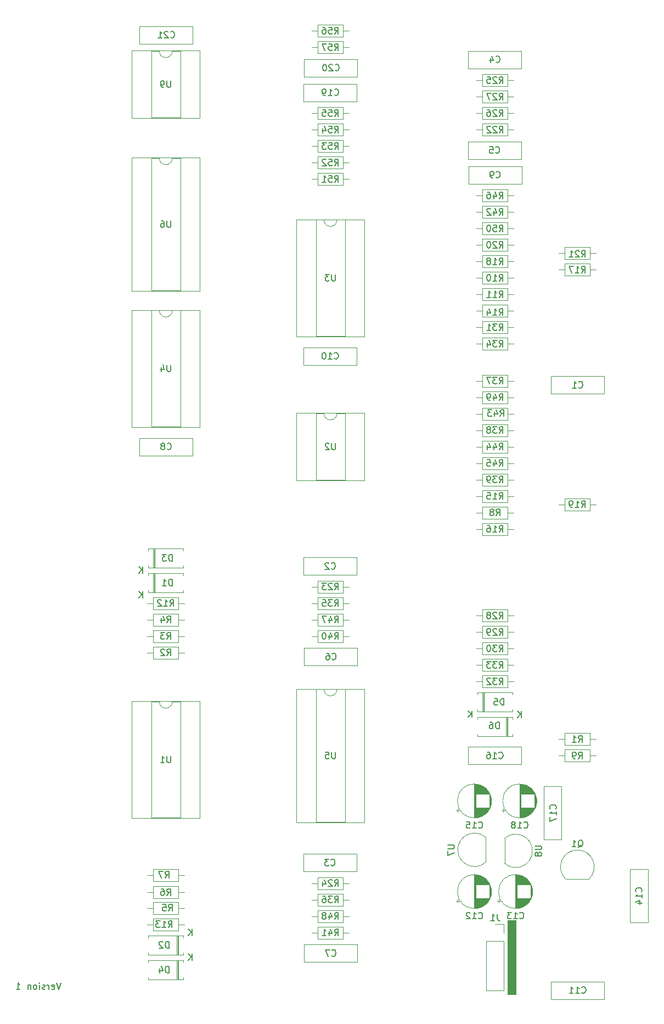
<source format=gbr>
G04 #@! TF.GenerationSoftware,KiCad,Pcbnew,(5.1.2)-2*
G04 #@! TF.CreationDate,2019-08-06T23:19:59+02:00*
G04 #@! TF.ProjectId,Benjolin_Kicad,42656e6a-6f6c-4696-9e5f-4b696361642e,rev?*
G04 #@! TF.SameCoordinates,Original*
G04 #@! TF.FileFunction,Legend,Bot*
G04 #@! TF.FilePolarity,Positive*
%FSLAX46Y46*%
G04 Gerber Fmt 4.6, Leading zero omitted, Abs format (unit mm)*
G04 Created by KiCad (PCBNEW (5.1.2)-2) date 2019-08-06 23:19:59*
%MOMM*%
%LPD*%
G04 APERTURE LIST*
%ADD10C,0.150000*%
%ADD11C,0.100000*%
%ADD12C,0.120000*%
G04 APERTURE END LIST*
D10*
X186991190Y-162012380D02*
X186657857Y-163012380D01*
X186324523Y-162012380D01*
X185610238Y-162964761D02*
X185705476Y-163012380D01*
X185895952Y-163012380D01*
X185991190Y-162964761D01*
X186038809Y-162869523D01*
X186038809Y-162488571D01*
X185991190Y-162393333D01*
X185895952Y-162345714D01*
X185705476Y-162345714D01*
X185610238Y-162393333D01*
X185562619Y-162488571D01*
X185562619Y-162583809D01*
X186038809Y-162679047D01*
X185134047Y-163012380D02*
X185134047Y-162345714D01*
X185134047Y-162536190D02*
X185086428Y-162440952D01*
X185038809Y-162393333D01*
X184943571Y-162345714D01*
X184848333Y-162345714D01*
X184562619Y-162964761D02*
X184467380Y-163012380D01*
X184276904Y-163012380D01*
X184181666Y-162964761D01*
X184134047Y-162869523D01*
X184134047Y-162821904D01*
X184181666Y-162726666D01*
X184276904Y-162679047D01*
X184419761Y-162679047D01*
X184515000Y-162631428D01*
X184562619Y-162536190D01*
X184562619Y-162488571D01*
X184515000Y-162393333D01*
X184419761Y-162345714D01*
X184276904Y-162345714D01*
X184181666Y-162393333D01*
X183705476Y-163012380D02*
X183705476Y-162345714D01*
X183705476Y-162012380D02*
X183753095Y-162060000D01*
X183705476Y-162107619D01*
X183657857Y-162060000D01*
X183705476Y-162012380D01*
X183705476Y-162107619D01*
X183086428Y-163012380D02*
X183181666Y-162964761D01*
X183229285Y-162917142D01*
X183276904Y-162821904D01*
X183276904Y-162536190D01*
X183229285Y-162440952D01*
X183181666Y-162393333D01*
X183086428Y-162345714D01*
X182943571Y-162345714D01*
X182848333Y-162393333D01*
X182800714Y-162440952D01*
X182753095Y-162536190D01*
X182753095Y-162821904D01*
X182800714Y-162917142D01*
X182848333Y-162964761D01*
X182943571Y-163012380D01*
X183086428Y-163012380D01*
X182324523Y-162345714D02*
X182324523Y-163012380D01*
X182324523Y-162440952D02*
X182276904Y-162393333D01*
X182181666Y-162345714D01*
X182038809Y-162345714D01*
X181943571Y-162393333D01*
X181895952Y-162488571D01*
X181895952Y-163012380D01*
X180134047Y-163012380D02*
X180705476Y-163012380D01*
X180419761Y-163012380D02*
X180419761Y-162012380D01*
X180515000Y-162155238D01*
X180610238Y-162250476D01*
X180705476Y-162298095D01*
D11*
G36*
X257175000Y-163830000D02*
G01*
X255905000Y-163830000D01*
X255905000Y-152400000D01*
X257175000Y-152400000D01*
X257175000Y-163830000D01*
G37*
X257175000Y-163830000D02*
X255905000Y-163830000D01*
X255905000Y-152400000D01*
X257175000Y-152400000D01*
X257175000Y-163830000D01*
D12*
X232760000Y-110390000D02*
X224520000Y-110390000D01*
X232760000Y-113130000D02*
X224520000Y-113130000D01*
X232760000Y-110390000D02*
X232760000Y-113130000D01*
X224520000Y-110390000D02*
X224520000Y-113130000D01*
X270860000Y-71220000D02*
X270860000Y-68480000D01*
X262620000Y-71220000D02*
X262620000Y-68480000D01*
X262620000Y-68480000D02*
X270860000Y-68480000D01*
X262620000Y-71220000D02*
X270860000Y-71220000D01*
X224440000Y-144880000D02*
X232680000Y-144880000D01*
X224440000Y-142140000D02*
X232680000Y-142140000D01*
X224440000Y-144880000D02*
X224440000Y-142140000D01*
X232680000Y-144880000D02*
X232680000Y-142140000D01*
X230520000Y-16860000D02*
X230520000Y-18700000D01*
X230520000Y-18700000D02*
X226680000Y-18700000D01*
X226680000Y-18700000D02*
X226680000Y-16860000D01*
X226680000Y-16860000D02*
X230520000Y-16860000D01*
X231470000Y-17780000D02*
X230520000Y-17780000D01*
X225730000Y-17780000D02*
X226680000Y-17780000D01*
X249840000Y-18315000D02*
X249840000Y-21055000D01*
X258080000Y-18315000D02*
X258080000Y-21055000D01*
X258080000Y-21055000D02*
X249840000Y-21055000D01*
X258080000Y-18315000D02*
X249840000Y-18315000D01*
X224440000Y-64035000D02*
X224440000Y-66775000D01*
X232680000Y-64035000D02*
X232680000Y-66775000D01*
X232680000Y-66775000D02*
X224440000Y-66775000D01*
X232680000Y-64035000D02*
X224440000Y-64035000D01*
X258080000Y-125630000D02*
X249840000Y-125630000D01*
X258080000Y-128370000D02*
X249840000Y-128370000D01*
X258080000Y-125630000D02*
X258080000Y-128370000D01*
X249840000Y-125630000D02*
X249840000Y-128370000D01*
X230520000Y-37180000D02*
X230520000Y-39020000D01*
X230520000Y-39020000D02*
X226680000Y-39020000D01*
X226680000Y-39020000D02*
X226680000Y-37180000D01*
X226680000Y-37180000D02*
X230520000Y-37180000D01*
X231470000Y-38100000D02*
X230520000Y-38100000D01*
X225730000Y-38100000D02*
X226680000Y-38100000D01*
X270860000Y-161825000D02*
X262620000Y-161825000D01*
X270860000Y-164565000D02*
X262620000Y-164565000D01*
X270860000Y-161825000D02*
X270860000Y-164565000D01*
X262620000Y-161825000D02*
X262620000Y-164565000D01*
X202200000Y-18355000D02*
G75*
G03X204200000Y-18355000I1000000J0D01*
G01*
X204200000Y-18355000D02*
X205450000Y-18355000D01*
X205450000Y-18355000D02*
X205450000Y-28635000D01*
X205450000Y-28635000D02*
X200950000Y-28635000D01*
X200950000Y-28635000D02*
X200950000Y-18355000D01*
X200950000Y-18355000D02*
X202200000Y-18355000D01*
X208450000Y-18295000D02*
X208450000Y-28695000D01*
X208450000Y-28695000D02*
X197950000Y-28695000D01*
X197950000Y-28695000D02*
X197950000Y-18295000D01*
X197950000Y-18295000D02*
X208450000Y-18295000D01*
X207360000Y-78005000D02*
X199120000Y-78005000D01*
X207360000Y-80745000D02*
X199120000Y-80745000D01*
X207360000Y-78005000D02*
X207360000Y-80745000D01*
X199120000Y-78005000D02*
X199120000Y-80745000D01*
X225730000Y-30480000D02*
X226680000Y-30480000D01*
X231470000Y-30480000D02*
X230520000Y-30480000D01*
X226680000Y-29560000D02*
X230520000Y-29560000D01*
X226680000Y-31400000D02*
X226680000Y-29560000D01*
X230520000Y-31400000D02*
X226680000Y-31400000D01*
X230520000Y-29560000D02*
X230520000Y-31400000D01*
X224520000Y-158850000D02*
X232760000Y-158850000D01*
X224520000Y-156110000D02*
X232760000Y-156110000D01*
X224520000Y-158850000D02*
X224520000Y-156110000D01*
X232760000Y-158850000D02*
X232760000Y-156110000D01*
X226680000Y-28860000D02*
X226680000Y-27020000D01*
X226680000Y-27020000D02*
X230520000Y-27020000D01*
X230520000Y-27020000D02*
X230520000Y-28860000D01*
X230520000Y-28860000D02*
X226680000Y-28860000D01*
X225730000Y-27940000D02*
X226680000Y-27940000D01*
X231470000Y-27940000D02*
X230520000Y-27940000D01*
X230520000Y-32100000D02*
X230520000Y-33940000D01*
X230520000Y-33940000D02*
X226680000Y-33940000D01*
X226680000Y-33940000D02*
X226680000Y-32100000D01*
X226680000Y-32100000D02*
X230520000Y-32100000D01*
X231470000Y-33020000D02*
X230520000Y-33020000D01*
X225730000Y-33020000D02*
X226680000Y-33020000D01*
X225730000Y-35560000D02*
X226680000Y-35560000D01*
X231470000Y-35560000D02*
X230520000Y-35560000D01*
X226680000Y-34640000D02*
X230520000Y-34640000D01*
X226680000Y-36480000D02*
X226680000Y-34640000D01*
X230520000Y-36480000D02*
X226680000Y-36480000D01*
X230520000Y-34640000D02*
X230520000Y-36480000D01*
X224520000Y-22325000D02*
X232760000Y-22325000D01*
X224520000Y-19585000D02*
X232760000Y-19585000D01*
X224520000Y-22325000D02*
X224520000Y-19585000D01*
X232760000Y-22325000D02*
X232760000Y-19585000D01*
X202200000Y-34865000D02*
G75*
G03X204200000Y-34865000I1000000J0D01*
G01*
X204200000Y-34865000D02*
X205450000Y-34865000D01*
X205450000Y-34865000D02*
X205450000Y-55305000D01*
X205450000Y-55305000D02*
X200950000Y-55305000D01*
X200950000Y-55305000D02*
X200950000Y-34865000D01*
X200950000Y-34865000D02*
X202200000Y-34865000D01*
X208450000Y-34805000D02*
X208450000Y-55365000D01*
X208450000Y-55365000D02*
X197950000Y-55365000D01*
X197950000Y-55365000D02*
X197950000Y-34805000D01*
X197950000Y-34805000D02*
X208450000Y-34805000D01*
X249840000Y-32285000D02*
X249840000Y-35025000D01*
X258080000Y-32285000D02*
X258080000Y-35025000D01*
X258080000Y-35025000D02*
X249840000Y-35025000D01*
X258080000Y-32285000D02*
X249840000Y-32285000D01*
X258160000Y-36095000D02*
X249920000Y-36095000D01*
X258160000Y-38835000D02*
X249920000Y-38835000D01*
X258160000Y-36095000D02*
X258160000Y-38835000D01*
X249920000Y-36095000D02*
X249920000Y-38835000D01*
X232680000Y-99160000D02*
X232680000Y-96420000D01*
X224440000Y-99160000D02*
X224440000Y-96420000D01*
X224440000Y-96420000D02*
X232680000Y-96420000D01*
X224440000Y-99160000D02*
X232680000Y-99160000D01*
X224440000Y-23395000D02*
X224440000Y-26135000D01*
X232680000Y-23395000D02*
X232680000Y-26135000D01*
X232680000Y-26135000D02*
X224440000Y-26135000D01*
X232680000Y-23395000D02*
X224440000Y-23395000D01*
X207360000Y-14505000D02*
X199120000Y-14505000D01*
X207360000Y-17245000D02*
X199120000Y-17245000D01*
X207360000Y-14505000D02*
X207360000Y-17245000D01*
X199120000Y-14505000D02*
X199120000Y-17245000D01*
X264260000Y-131730000D02*
X261520000Y-131730000D01*
X264260000Y-139970000D02*
X261520000Y-139970000D01*
X261520000Y-139970000D02*
X261520000Y-131730000D01*
X264260000Y-139970000D02*
X264260000Y-131730000D01*
X225730000Y-15240000D02*
X226680000Y-15240000D01*
X231470000Y-15240000D02*
X230520000Y-15240000D01*
X226680000Y-14320000D02*
X230520000Y-14320000D01*
X226680000Y-16160000D02*
X226680000Y-14320000D01*
X230520000Y-16160000D02*
X226680000Y-16160000D01*
X230520000Y-14320000D02*
X230520000Y-16160000D01*
X274855000Y-152750000D02*
X277595000Y-152750000D01*
X274855000Y-144510000D02*
X277595000Y-144510000D01*
X277595000Y-144510000D02*
X277595000Y-152750000D01*
X274855000Y-144510000D02*
X274855000Y-152750000D01*
X255330000Y-163255000D02*
X252670000Y-163255000D01*
X255330000Y-155575000D02*
X255330000Y-163255000D01*
X252670000Y-155575000D02*
X252670000Y-163255000D01*
X255330000Y-155575000D02*
X252670000Y-155575000D01*
X255330000Y-154305000D02*
X255330000Y-152975000D01*
X255330000Y-152975000D02*
X254000000Y-152975000D01*
X254600225Y-149680000D02*
X254600225Y-149180000D01*
X254350225Y-149430000D02*
X254850225Y-149430000D01*
X259756000Y-148239000D02*
X259756000Y-147671000D01*
X259716000Y-148473000D02*
X259716000Y-147437000D01*
X259676000Y-148632000D02*
X259676000Y-147278000D01*
X259636000Y-148760000D02*
X259636000Y-147150000D01*
X259596000Y-148870000D02*
X259596000Y-147040000D01*
X259556000Y-148966000D02*
X259556000Y-146944000D01*
X259516000Y-149053000D02*
X259516000Y-146857000D01*
X259476000Y-149133000D02*
X259476000Y-146777000D01*
X259436000Y-146915000D02*
X259436000Y-146704000D01*
X259436000Y-149206000D02*
X259436000Y-148995000D01*
X259396000Y-146915000D02*
X259396000Y-146636000D01*
X259396000Y-149274000D02*
X259396000Y-148995000D01*
X259356000Y-146915000D02*
X259356000Y-146572000D01*
X259356000Y-149338000D02*
X259356000Y-148995000D01*
X259316000Y-146915000D02*
X259316000Y-146512000D01*
X259316000Y-149398000D02*
X259316000Y-148995000D01*
X259276000Y-146915000D02*
X259276000Y-146455000D01*
X259276000Y-149455000D02*
X259276000Y-148995000D01*
X259236000Y-146915000D02*
X259236000Y-146401000D01*
X259236000Y-149509000D02*
X259236000Y-148995000D01*
X259196000Y-146915000D02*
X259196000Y-146350000D01*
X259196000Y-149560000D02*
X259196000Y-148995000D01*
X259156000Y-146915000D02*
X259156000Y-146302000D01*
X259156000Y-149608000D02*
X259156000Y-148995000D01*
X259116000Y-146915000D02*
X259116000Y-146256000D01*
X259116000Y-149654000D02*
X259116000Y-148995000D01*
X259076000Y-146915000D02*
X259076000Y-146212000D01*
X259076000Y-149698000D02*
X259076000Y-148995000D01*
X259036000Y-146915000D02*
X259036000Y-146170000D01*
X259036000Y-149740000D02*
X259036000Y-148995000D01*
X258996000Y-146915000D02*
X258996000Y-146129000D01*
X258996000Y-149781000D02*
X258996000Y-148995000D01*
X258956000Y-146915000D02*
X258956000Y-146091000D01*
X258956000Y-149819000D02*
X258956000Y-148995000D01*
X258916000Y-146915000D02*
X258916000Y-146054000D01*
X258916000Y-149856000D02*
X258916000Y-148995000D01*
X258876000Y-146915000D02*
X258876000Y-146018000D01*
X258876000Y-149892000D02*
X258876000Y-148995000D01*
X258836000Y-146915000D02*
X258836000Y-145984000D01*
X258836000Y-149926000D02*
X258836000Y-148995000D01*
X258796000Y-146915000D02*
X258796000Y-145951000D01*
X258796000Y-149959000D02*
X258796000Y-148995000D01*
X258756000Y-146915000D02*
X258756000Y-145920000D01*
X258756000Y-149990000D02*
X258756000Y-148995000D01*
X258716000Y-146915000D02*
X258716000Y-145890000D01*
X258716000Y-150020000D02*
X258716000Y-148995000D01*
X258676000Y-146915000D02*
X258676000Y-145860000D01*
X258676000Y-150050000D02*
X258676000Y-148995000D01*
X258636000Y-146915000D02*
X258636000Y-145833000D01*
X258636000Y-150077000D02*
X258636000Y-148995000D01*
X258596000Y-146915000D02*
X258596000Y-145806000D01*
X258596000Y-150104000D02*
X258596000Y-148995000D01*
X258556000Y-146915000D02*
X258556000Y-145780000D01*
X258556000Y-150130000D02*
X258556000Y-148995000D01*
X258516000Y-146915000D02*
X258516000Y-145755000D01*
X258516000Y-150155000D02*
X258516000Y-148995000D01*
X258476000Y-146915000D02*
X258476000Y-145731000D01*
X258476000Y-150179000D02*
X258476000Y-148995000D01*
X258436000Y-146915000D02*
X258436000Y-145708000D01*
X258436000Y-150202000D02*
X258436000Y-148995000D01*
X258396000Y-146915000D02*
X258396000Y-145687000D01*
X258396000Y-150223000D02*
X258396000Y-148995000D01*
X258356000Y-146915000D02*
X258356000Y-145665000D01*
X258356000Y-150245000D02*
X258356000Y-148995000D01*
X258316000Y-146915000D02*
X258316000Y-145645000D01*
X258316000Y-150265000D02*
X258316000Y-148995000D01*
X258276000Y-146915000D02*
X258276000Y-145626000D01*
X258276000Y-150284000D02*
X258276000Y-148995000D01*
X258236000Y-146915000D02*
X258236000Y-145607000D01*
X258236000Y-150303000D02*
X258236000Y-148995000D01*
X258196000Y-146915000D02*
X258196000Y-145590000D01*
X258196000Y-150320000D02*
X258196000Y-148995000D01*
X258156000Y-146915000D02*
X258156000Y-145573000D01*
X258156000Y-150337000D02*
X258156000Y-148995000D01*
X258116000Y-146915000D02*
X258116000Y-145557000D01*
X258116000Y-150353000D02*
X258116000Y-148995000D01*
X258076000Y-146915000D02*
X258076000Y-145541000D01*
X258076000Y-150369000D02*
X258076000Y-148995000D01*
X258036000Y-146915000D02*
X258036000Y-145527000D01*
X258036000Y-150383000D02*
X258036000Y-148995000D01*
X257996000Y-146915000D02*
X257996000Y-145513000D01*
X257996000Y-150397000D02*
X257996000Y-148995000D01*
X257956000Y-146915000D02*
X257956000Y-145500000D01*
X257956000Y-150410000D02*
X257956000Y-148995000D01*
X257916000Y-146915000D02*
X257916000Y-145487000D01*
X257916000Y-150423000D02*
X257916000Y-148995000D01*
X257876000Y-146915000D02*
X257876000Y-145475000D01*
X257876000Y-150435000D02*
X257876000Y-148995000D01*
X257835000Y-146915000D02*
X257835000Y-145464000D01*
X257835000Y-150446000D02*
X257835000Y-148995000D01*
X257795000Y-146915000D02*
X257795000Y-145454000D01*
X257795000Y-150456000D02*
X257795000Y-148995000D01*
X257755000Y-146915000D02*
X257755000Y-145444000D01*
X257755000Y-150466000D02*
X257755000Y-148995000D01*
X257715000Y-146915000D02*
X257715000Y-145435000D01*
X257715000Y-150475000D02*
X257715000Y-148995000D01*
X257675000Y-146915000D02*
X257675000Y-145427000D01*
X257675000Y-150483000D02*
X257675000Y-148995000D01*
X257635000Y-146915000D02*
X257635000Y-145419000D01*
X257635000Y-150491000D02*
X257635000Y-148995000D01*
X257595000Y-146915000D02*
X257595000Y-145412000D01*
X257595000Y-150498000D02*
X257595000Y-148995000D01*
X257555000Y-146915000D02*
X257555000Y-145405000D01*
X257555000Y-150505000D02*
X257555000Y-148995000D01*
X257515000Y-146915000D02*
X257515000Y-145399000D01*
X257515000Y-150511000D02*
X257515000Y-148995000D01*
X257475000Y-146915000D02*
X257475000Y-145394000D01*
X257475000Y-150516000D02*
X257475000Y-148995000D01*
X257435000Y-146915000D02*
X257435000Y-145390000D01*
X257435000Y-150520000D02*
X257435000Y-148995000D01*
X257395000Y-146915000D02*
X257395000Y-145386000D01*
X257395000Y-150524000D02*
X257395000Y-148995000D01*
X257355000Y-150528000D02*
X257355000Y-145382000D01*
X257315000Y-150531000D02*
X257315000Y-145379000D01*
X257275000Y-150533000D02*
X257275000Y-145377000D01*
X257235000Y-150534000D02*
X257235000Y-145376000D01*
X257195000Y-150535000D02*
X257195000Y-145375000D01*
X257155000Y-150535000D02*
X257155000Y-145375000D01*
X259775000Y-147955000D02*
G75*
G03X259775000Y-147955000I-2620000J0D01*
G01*
X255235225Y-135710000D02*
X255235225Y-135210000D01*
X254985225Y-135460000D02*
X255485225Y-135460000D01*
X260391000Y-134269000D02*
X260391000Y-133701000D01*
X260351000Y-134503000D02*
X260351000Y-133467000D01*
X260311000Y-134662000D02*
X260311000Y-133308000D01*
X260271000Y-134790000D02*
X260271000Y-133180000D01*
X260231000Y-134900000D02*
X260231000Y-133070000D01*
X260191000Y-134996000D02*
X260191000Y-132974000D01*
X260151000Y-135083000D02*
X260151000Y-132887000D01*
X260111000Y-135163000D02*
X260111000Y-132807000D01*
X260071000Y-132945000D02*
X260071000Y-132734000D01*
X260071000Y-135236000D02*
X260071000Y-135025000D01*
X260031000Y-132945000D02*
X260031000Y-132666000D01*
X260031000Y-135304000D02*
X260031000Y-135025000D01*
X259991000Y-132945000D02*
X259991000Y-132602000D01*
X259991000Y-135368000D02*
X259991000Y-135025000D01*
X259951000Y-132945000D02*
X259951000Y-132542000D01*
X259951000Y-135428000D02*
X259951000Y-135025000D01*
X259911000Y-132945000D02*
X259911000Y-132485000D01*
X259911000Y-135485000D02*
X259911000Y-135025000D01*
X259871000Y-132945000D02*
X259871000Y-132431000D01*
X259871000Y-135539000D02*
X259871000Y-135025000D01*
X259831000Y-132945000D02*
X259831000Y-132380000D01*
X259831000Y-135590000D02*
X259831000Y-135025000D01*
X259791000Y-132945000D02*
X259791000Y-132332000D01*
X259791000Y-135638000D02*
X259791000Y-135025000D01*
X259751000Y-132945000D02*
X259751000Y-132286000D01*
X259751000Y-135684000D02*
X259751000Y-135025000D01*
X259711000Y-132945000D02*
X259711000Y-132242000D01*
X259711000Y-135728000D02*
X259711000Y-135025000D01*
X259671000Y-132945000D02*
X259671000Y-132200000D01*
X259671000Y-135770000D02*
X259671000Y-135025000D01*
X259631000Y-132945000D02*
X259631000Y-132159000D01*
X259631000Y-135811000D02*
X259631000Y-135025000D01*
X259591000Y-132945000D02*
X259591000Y-132121000D01*
X259591000Y-135849000D02*
X259591000Y-135025000D01*
X259551000Y-132945000D02*
X259551000Y-132084000D01*
X259551000Y-135886000D02*
X259551000Y-135025000D01*
X259511000Y-132945000D02*
X259511000Y-132048000D01*
X259511000Y-135922000D02*
X259511000Y-135025000D01*
X259471000Y-132945000D02*
X259471000Y-132014000D01*
X259471000Y-135956000D02*
X259471000Y-135025000D01*
X259431000Y-132945000D02*
X259431000Y-131981000D01*
X259431000Y-135989000D02*
X259431000Y-135025000D01*
X259391000Y-132945000D02*
X259391000Y-131950000D01*
X259391000Y-136020000D02*
X259391000Y-135025000D01*
X259351000Y-132945000D02*
X259351000Y-131920000D01*
X259351000Y-136050000D02*
X259351000Y-135025000D01*
X259311000Y-132945000D02*
X259311000Y-131890000D01*
X259311000Y-136080000D02*
X259311000Y-135025000D01*
X259271000Y-132945000D02*
X259271000Y-131863000D01*
X259271000Y-136107000D02*
X259271000Y-135025000D01*
X259231000Y-132945000D02*
X259231000Y-131836000D01*
X259231000Y-136134000D02*
X259231000Y-135025000D01*
X259191000Y-132945000D02*
X259191000Y-131810000D01*
X259191000Y-136160000D02*
X259191000Y-135025000D01*
X259151000Y-132945000D02*
X259151000Y-131785000D01*
X259151000Y-136185000D02*
X259151000Y-135025000D01*
X259111000Y-132945000D02*
X259111000Y-131761000D01*
X259111000Y-136209000D02*
X259111000Y-135025000D01*
X259071000Y-132945000D02*
X259071000Y-131738000D01*
X259071000Y-136232000D02*
X259071000Y-135025000D01*
X259031000Y-132945000D02*
X259031000Y-131717000D01*
X259031000Y-136253000D02*
X259031000Y-135025000D01*
X258991000Y-132945000D02*
X258991000Y-131695000D01*
X258991000Y-136275000D02*
X258991000Y-135025000D01*
X258951000Y-132945000D02*
X258951000Y-131675000D01*
X258951000Y-136295000D02*
X258951000Y-135025000D01*
X258911000Y-132945000D02*
X258911000Y-131656000D01*
X258911000Y-136314000D02*
X258911000Y-135025000D01*
X258871000Y-132945000D02*
X258871000Y-131637000D01*
X258871000Y-136333000D02*
X258871000Y-135025000D01*
X258831000Y-132945000D02*
X258831000Y-131620000D01*
X258831000Y-136350000D02*
X258831000Y-135025000D01*
X258791000Y-132945000D02*
X258791000Y-131603000D01*
X258791000Y-136367000D02*
X258791000Y-135025000D01*
X258751000Y-132945000D02*
X258751000Y-131587000D01*
X258751000Y-136383000D02*
X258751000Y-135025000D01*
X258711000Y-132945000D02*
X258711000Y-131571000D01*
X258711000Y-136399000D02*
X258711000Y-135025000D01*
X258671000Y-132945000D02*
X258671000Y-131557000D01*
X258671000Y-136413000D02*
X258671000Y-135025000D01*
X258631000Y-132945000D02*
X258631000Y-131543000D01*
X258631000Y-136427000D02*
X258631000Y-135025000D01*
X258591000Y-132945000D02*
X258591000Y-131530000D01*
X258591000Y-136440000D02*
X258591000Y-135025000D01*
X258551000Y-132945000D02*
X258551000Y-131517000D01*
X258551000Y-136453000D02*
X258551000Y-135025000D01*
X258511000Y-132945000D02*
X258511000Y-131505000D01*
X258511000Y-136465000D02*
X258511000Y-135025000D01*
X258470000Y-132945000D02*
X258470000Y-131494000D01*
X258470000Y-136476000D02*
X258470000Y-135025000D01*
X258430000Y-132945000D02*
X258430000Y-131484000D01*
X258430000Y-136486000D02*
X258430000Y-135025000D01*
X258390000Y-132945000D02*
X258390000Y-131474000D01*
X258390000Y-136496000D02*
X258390000Y-135025000D01*
X258350000Y-132945000D02*
X258350000Y-131465000D01*
X258350000Y-136505000D02*
X258350000Y-135025000D01*
X258310000Y-132945000D02*
X258310000Y-131457000D01*
X258310000Y-136513000D02*
X258310000Y-135025000D01*
X258270000Y-132945000D02*
X258270000Y-131449000D01*
X258270000Y-136521000D02*
X258270000Y-135025000D01*
X258230000Y-132945000D02*
X258230000Y-131442000D01*
X258230000Y-136528000D02*
X258230000Y-135025000D01*
X258190000Y-132945000D02*
X258190000Y-131435000D01*
X258190000Y-136535000D02*
X258190000Y-135025000D01*
X258150000Y-132945000D02*
X258150000Y-131429000D01*
X258150000Y-136541000D02*
X258150000Y-135025000D01*
X258110000Y-132945000D02*
X258110000Y-131424000D01*
X258110000Y-136546000D02*
X258110000Y-135025000D01*
X258070000Y-132945000D02*
X258070000Y-131420000D01*
X258070000Y-136550000D02*
X258070000Y-135025000D01*
X258030000Y-132945000D02*
X258030000Y-131416000D01*
X258030000Y-136554000D02*
X258030000Y-135025000D01*
X257990000Y-136558000D02*
X257990000Y-131412000D01*
X257950000Y-136561000D02*
X257950000Y-131409000D01*
X257910000Y-136563000D02*
X257910000Y-131407000D01*
X257870000Y-136564000D02*
X257870000Y-131406000D01*
X257830000Y-136565000D02*
X257830000Y-131405000D01*
X257790000Y-136565000D02*
X257790000Y-131405000D01*
X260410000Y-133985000D02*
G75*
G03X260410000Y-133985000I-2620000J0D01*
G01*
X205920000Y-158880000D02*
X205920000Y-158550000D01*
X205920000Y-158550000D02*
X200480000Y-158550000D01*
X200480000Y-158550000D02*
X200480000Y-158880000D01*
X205920000Y-161160000D02*
X205920000Y-161490000D01*
X205920000Y-161490000D02*
X200480000Y-161490000D01*
X200480000Y-161490000D02*
X200480000Y-161160000D01*
X205020000Y-158550000D02*
X205020000Y-161490000D01*
X204900000Y-158550000D02*
X204900000Y-161490000D01*
X205140000Y-158550000D02*
X205140000Y-161490000D01*
X253425000Y-133985000D02*
G75*
G03X253425000Y-133985000I-2620000J0D01*
G01*
X250805000Y-136565000D02*
X250805000Y-131405000D01*
X250845000Y-136565000D02*
X250845000Y-131405000D01*
X250885000Y-136564000D02*
X250885000Y-131406000D01*
X250925000Y-136563000D02*
X250925000Y-131407000D01*
X250965000Y-136561000D02*
X250965000Y-131409000D01*
X251005000Y-136558000D02*
X251005000Y-131412000D01*
X251045000Y-136554000D02*
X251045000Y-135025000D01*
X251045000Y-132945000D02*
X251045000Y-131416000D01*
X251085000Y-136550000D02*
X251085000Y-135025000D01*
X251085000Y-132945000D02*
X251085000Y-131420000D01*
X251125000Y-136546000D02*
X251125000Y-135025000D01*
X251125000Y-132945000D02*
X251125000Y-131424000D01*
X251165000Y-136541000D02*
X251165000Y-135025000D01*
X251165000Y-132945000D02*
X251165000Y-131429000D01*
X251205000Y-136535000D02*
X251205000Y-135025000D01*
X251205000Y-132945000D02*
X251205000Y-131435000D01*
X251245000Y-136528000D02*
X251245000Y-135025000D01*
X251245000Y-132945000D02*
X251245000Y-131442000D01*
X251285000Y-136521000D02*
X251285000Y-135025000D01*
X251285000Y-132945000D02*
X251285000Y-131449000D01*
X251325000Y-136513000D02*
X251325000Y-135025000D01*
X251325000Y-132945000D02*
X251325000Y-131457000D01*
X251365000Y-136505000D02*
X251365000Y-135025000D01*
X251365000Y-132945000D02*
X251365000Y-131465000D01*
X251405000Y-136496000D02*
X251405000Y-135025000D01*
X251405000Y-132945000D02*
X251405000Y-131474000D01*
X251445000Y-136486000D02*
X251445000Y-135025000D01*
X251445000Y-132945000D02*
X251445000Y-131484000D01*
X251485000Y-136476000D02*
X251485000Y-135025000D01*
X251485000Y-132945000D02*
X251485000Y-131494000D01*
X251526000Y-136465000D02*
X251526000Y-135025000D01*
X251526000Y-132945000D02*
X251526000Y-131505000D01*
X251566000Y-136453000D02*
X251566000Y-135025000D01*
X251566000Y-132945000D02*
X251566000Y-131517000D01*
X251606000Y-136440000D02*
X251606000Y-135025000D01*
X251606000Y-132945000D02*
X251606000Y-131530000D01*
X251646000Y-136427000D02*
X251646000Y-135025000D01*
X251646000Y-132945000D02*
X251646000Y-131543000D01*
X251686000Y-136413000D02*
X251686000Y-135025000D01*
X251686000Y-132945000D02*
X251686000Y-131557000D01*
X251726000Y-136399000D02*
X251726000Y-135025000D01*
X251726000Y-132945000D02*
X251726000Y-131571000D01*
X251766000Y-136383000D02*
X251766000Y-135025000D01*
X251766000Y-132945000D02*
X251766000Y-131587000D01*
X251806000Y-136367000D02*
X251806000Y-135025000D01*
X251806000Y-132945000D02*
X251806000Y-131603000D01*
X251846000Y-136350000D02*
X251846000Y-135025000D01*
X251846000Y-132945000D02*
X251846000Y-131620000D01*
X251886000Y-136333000D02*
X251886000Y-135025000D01*
X251886000Y-132945000D02*
X251886000Y-131637000D01*
X251926000Y-136314000D02*
X251926000Y-135025000D01*
X251926000Y-132945000D02*
X251926000Y-131656000D01*
X251966000Y-136295000D02*
X251966000Y-135025000D01*
X251966000Y-132945000D02*
X251966000Y-131675000D01*
X252006000Y-136275000D02*
X252006000Y-135025000D01*
X252006000Y-132945000D02*
X252006000Y-131695000D01*
X252046000Y-136253000D02*
X252046000Y-135025000D01*
X252046000Y-132945000D02*
X252046000Y-131717000D01*
X252086000Y-136232000D02*
X252086000Y-135025000D01*
X252086000Y-132945000D02*
X252086000Y-131738000D01*
X252126000Y-136209000D02*
X252126000Y-135025000D01*
X252126000Y-132945000D02*
X252126000Y-131761000D01*
X252166000Y-136185000D02*
X252166000Y-135025000D01*
X252166000Y-132945000D02*
X252166000Y-131785000D01*
X252206000Y-136160000D02*
X252206000Y-135025000D01*
X252206000Y-132945000D02*
X252206000Y-131810000D01*
X252246000Y-136134000D02*
X252246000Y-135025000D01*
X252246000Y-132945000D02*
X252246000Y-131836000D01*
X252286000Y-136107000D02*
X252286000Y-135025000D01*
X252286000Y-132945000D02*
X252286000Y-131863000D01*
X252326000Y-136080000D02*
X252326000Y-135025000D01*
X252326000Y-132945000D02*
X252326000Y-131890000D01*
X252366000Y-136050000D02*
X252366000Y-135025000D01*
X252366000Y-132945000D02*
X252366000Y-131920000D01*
X252406000Y-136020000D02*
X252406000Y-135025000D01*
X252406000Y-132945000D02*
X252406000Y-131950000D01*
X252446000Y-135989000D02*
X252446000Y-135025000D01*
X252446000Y-132945000D02*
X252446000Y-131981000D01*
X252486000Y-135956000D02*
X252486000Y-135025000D01*
X252486000Y-132945000D02*
X252486000Y-132014000D01*
X252526000Y-135922000D02*
X252526000Y-135025000D01*
X252526000Y-132945000D02*
X252526000Y-132048000D01*
X252566000Y-135886000D02*
X252566000Y-135025000D01*
X252566000Y-132945000D02*
X252566000Y-132084000D01*
X252606000Y-135849000D02*
X252606000Y-135025000D01*
X252606000Y-132945000D02*
X252606000Y-132121000D01*
X252646000Y-135811000D02*
X252646000Y-135025000D01*
X252646000Y-132945000D02*
X252646000Y-132159000D01*
X252686000Y-135770000D02*
X252686000Y-135025000D01*
X252686000Y-132945000D02*
X252686000Y-132200000D01*
X252726000Y-135728000D02*
X252726000Y-135025000D01*
X252726000Y-132945000D02*
X252726000Y-132242000D01*
X252766000Y-135684000D02*
X252766000Y-135025000D01*
X252766000Y-132945000D02*
X252766000Y-132286000D01*
X252806000Y-135638000D02*
X252806000Y-135025000D01*
X252806000Y-132945000D02*
X252806000Y-132332000D01*
X252846000Y-135590000D02*
X252846000Y-135025000D01*
X252846000Y-132945000D02*
X252846000Y-132380000D01*
X252886000Y-135539000D02*
X252886000Y-135025000D01*
X252886000Y-132945000D02*
X252886000Y-132431000D01*
X252926000Y-135485000D02*
X252926000Y-135025000D01*
X252926000Y-132945000D02*
X252926000Y-132485000D01*
X252966000Y-135428000D02*
X252966000Y-135025000D01*
X252966000Y-132945000D02*
X252966000Y-132542000D01*
X253006000Y-135368000D02*
X253006000Y-135025000D01*
X253006000Y-132945000D02*
X253006000Y-132602000D01*
X253046000Y-135304000D02*
X253046000Y-135025000D01*
X253046000Y-132945000D02*
X253046000Y-132666000D01*
X253086000Y-135236000D02*
X253086000Y-135025000D01*
X253086000Y-132945000D02*
X253086000Y-132734000D01*
X253126000Y-135163000D02*
X253126000Y-132807000D01*
X253166000Y-135083000D02*
X253166000Y-132887000D01*
X253206000Y-134996000D02*
X253206000Y-132974000D01*
X253246000Y-134900000D02*
X253246000Y-133070000D01*
X253286000Y-134790000D02*
X253286000Y-133180000D01*
X253326000Y-134662000D02*
X253326000Y-133308000D01*
X253366000Y-134503000D02*
X253366000Y-133467000D01*
X253406000Y-134269000D02*
X253406000Y-133701000D01*
X248000225Y-135460000D02*
X248500225Y-135460000D01*
X248250225Y-135710000D02*
X248250225Y-135210000D01*
X252525000Y-139585000D02*
X252525000Y-143435000D01*
X252515122Y-143473611D02*
G75*
G02X252525000Y-139585000I-1690122J1948611D01*
G01*
X253425000Y-147955000D02*
G75*
G03X253425000Y-147955000I-2620000J0D01*
G01*
X250805000Y-150535000D02*
X250805000Y-145375000D01*
X250845000Y-150535000D02*
X250845000Y-145375000D01*
X250885000Y-150534000D02*
X250885000Y-145376000D01*
X250925000Y-150533000D02*
X250925000Y-145377000D01*
X250965000Y-150531000D02*
X250965000Y-145379000D01*
X251005000Y-150528000D02*
X251005000Y-145382000D01*
X251045000Y-150524000D02*
X251045000Y-148995000D01*
X251045000Y-146915000D02*
X251045000Y-145386000D01*
X251085000Y-150520000D02*
X251085000Y-148995000D01*
X251085000Y-146915000D02*
X251085000Y-145390000D01*
X251125000Y-150516000D02*
X251125000Y-148995000D01*
X251125000Y-146915000D02*
X251125000Y-145394000D01*
X251165000Y-150511000D02*
X251165000Y-148995000D01*
X251165000Y-146915000D02*
X251165000Y-145399000D01*
X251205000Y-150505000D02*
X251205000Y-148995000D01*
X251205000Y-146915000D02*
X251205000Y-145405000D01*
X251245000Y-150498000D02*
X251245000Y-148995000D01*
X251245000Y-146915000D02*
X251245000Y-145412000D01*
X251285000Y-150491000D02*
X251285000Y-148995000D01*
X251285000Y-146915000D02*
X251285000Y-145419000D01*
X251325000Y-150483000D02*
X251325000Y-148995000D01*
X251325000Y-146915000D02*
X251325000Y-145427000D01*
X251365000Y-150475000D02*
X251365000Y-148995000D01*
X251365000Y-146915000D02*
X251365000Y-145435000D01*
X251405000Y-150466000D02*
X251405000Y-148995000D01*
X251405000Y-146915000D02*
X251405000Y-145444000D01*
X251445000Y-150456000D02*
X251445000Y-148995000D01*
X251445000Y-146915000D02*
X251445000Y-145454000D01*
X251485000Y-150446000D02*
X251485000Y-148995000D01*
X251485000Y-146915000D02*
X251485000Y-145464000D01*
X251526000Y-150435000D02*
X251526000Y-148995000D01*
X251526000Y-146915000D02*
X251526000Y-145475000D01*
X251566000Y-150423000D02*
X251566000Y-148995000D01*
X251566000Y-146915000D02*
X251566000Y-145487000D01*
X251606000Y-150410000D02*
X251606000Y-148995000D01*
X251606000Y-146915000D02*
X251606000Y-145500000D01*
X251646000Y-150397000D02*
X251646000Y-148995000D01*
X251646000Y-146915000D02*
X251646000Y-145513000D01*
X251686000Y-150383000D02*
X251686000Y-148995000D01*
X251686000Y-146915000D02*
X251686000Y-145527000D01*
X251726000Y-150369000D02*
X251726000Y-148995000D01*
X251726000Y-146915000D02*
X251726000Y-145541000D01*
X251766000Y-150353000D02*
X251766000Y-148995000D01*
X251766000Y-146915000D02*
X251766000Y-145557000D01*
X251806000Y-150337000D02*
X251806000Y-148995000D01*
X251806000Y-146915000D02*
X251806000Y-145573000D01*
X251846000Y-150320000D02*
X251846000Y-148995000D01*
X251846000Y-146915000D02*
X251846000Y-145590000D01*
X251886000Y-150303000D02*
X251886000Y-148995000D01*
X251886000Y-146915000D02*
X251886000Y-145607000D01*
X251926000Y-150284000D02*
X251926000Y-148995000D01*
X251926000Y-146915000D02*
X251926000Y-145626000D01*
X251966000Y-150265000D02*
X251966000Y-148995000D01*
X251966000Y-146915000D02*
X251966000Y-145645000D01*
X252006000Y-150245000D02*
X252006000Y-148995000D01*
X252006000Y-146915000D02*
X252006000Y-145665000D01*
X252046000Y-150223000D02*
X252046000Y-148995000D01*
X252046000Y-146915000D02*
X252046000Y-145687000D01*
X252086000Y-150202000D02*
X252086000Y-148995000D01*
X252086000Y-146915000D02*
X252086000Y-145708000D01*
X252126000Y-150179000D02*
X252126000Y-148995000D01*
X252126000Y-146915000D02*
X252126000Y-145731000D01*
X252166000Y-150155000D02*
X252166000Y-148995000D01*
X252166000Y-146915000D02*
X252166000Y-145755000D01*
X252206000Y-150130000D02*
X252206000Y-148995000D01*
X252206000Y-146915000D02*
X252206000Y-145780000D01*
X252246000Y-150104000D02*
X252246000Y-148995000D01*
X252246000Y-146915000D02*
X252246000Y-145806000D01*
X252286000Y-150077000D02*
X252286000Y-148995000D01*
X252286000Y-146915000D02*
X252286000Y-145833000D01*
X252326000Y-150050000D02*
X252326000Y-148995000D01*
X252326000Y-146915000D02*
X252326000Y-145860000D01*
X252366000Y-150020000D02*
X252366000Y-148995000D01*
X252366000Y-146915000D02*
X252366000Y-145890000D01*
X252406000Y-149990000D02*
X252406000Y-148995000D01*
X252406000Y-146915000D02*
X252406000Y-145920000D01*
X252446000Y-149959000D02*
X252446000Y-148995000D01*
X252446000Y-146915000D02*
X252446000Y-145951000D01*
X252486000Y-149926000D02*
X252486000Y-148995000D01*
X252486000Y-146915000D02*
X252486000Y-145984000D01*
X252526000Y-149892000D02*
X252526000Y-148995000D01*
X252526000Y-146915000D02*
X252526000Y-146018000D01*
X252566000Y-149856000D02*
X252566000Y-148995000D01*
X252566000Y-146915000D02*
X252566000Y-146054000D01*
X252606000Y-149819000D02*
X252606000Y-148995000D01*
X252606000Y-146915000D02*
X252606000Y-146091000D01*
X252646000Y-149781000D02*
X252646000Y-148995000D01*
X252646000Y-146915000D02*
X252646000Y-146129000D01*
X252686000Y-149740000D02*
X252686000Y-148995000D01*
X252686000Y-146915000D02*
X252686000Y-146170000D01*
X252726000Y-149698000D02*
X252726000Y-148995000D01*
X252726000Y-146915000D02*
X252726000Y-146212000D01*
X252766000Y-149654000D02*
X252766000Y-148995000D01*
X252766000Y-146915000D02*
X252766000Y-146256000D01*
X252806000Y-149608000D02*
X252806000Y-148995000D01*
X252806000Y-146915000D02*
X252806000Y-146302000D01*
X252846000Y-149560000D02*
X252846000Y-148995000D01*
X252846000Y-146915000D02*
X252846000Y-146350000D01*
X252886000Y-149509000D02*
X252886000Y-148995000D01*
X252886000Y-146915000D02*
X252886000Y-146401000D01*
X252926000Y-149455000D02*
X252926000Y-148995000D01*
X252926000Y-146915000D02*
X252926000Y-146455000D01*
X252966000Y-149398000D02*
X252966000Y-148995000D01*
X252966000Y-146915000D02*
X252966000Y-146512000D01*
X253006000Y-149338000D02*
X253006000Y-148995000D01*
X253006000Y-146915000D02*
X253006000Y-146572000D01*
X253046000Y-149274000D02*
X253046000Y-148995000D01*
X253046000Y-146915000D02*
X253046000Y-146636000D01*
X253086000Y-149206000D02*
X253086000Y-148995000D01*
X253086000Y-146915000D02*
X253086000Y-146704000D01*
X253126000Y-149133000D02*
X253126000Y-146777000D01*
X253166000Y-149053000D02*
X253166000Y-146857000D01*
X253206000Y-148966000D02*
X253206000Y-146944000D01*
X253246000Y-148870000D02*
X253246000Y-147040000D01*
X253286000Y-148760000D02*
X253286000Y-147150000D01*
X253326000Y-148632000D02*
X253326000Y-147278000D01*
X253366000Y-148473000D02*
X253366000Y-147437000D01*
X253406000Y-148239000D02*
X253406000Y-147671000D01*
X248000225Y-149430000D02*
X248500225Y-149430000D01*
X248250225Y-149680000D02*
X248250225Y-149180000D01*
X268500000Y-145995000D02*
X264900000Y-145995000D01*
X268538478Y-145983478D02*
G75*
G03X266700000Y-141545000I-1838478J1838478D01*
G01*
X264861522Y-145983478D02*
G75*
G02X266700000Y-141545000I1838478J1838478D01*
G01*
X255475000Y-143625000D02*
X255475000Y-139775000D01*
X255484878Y-139736389D02*
G75*
G02X255475000Y-143625000I1690122J-1948611D01*
G01*
X201260000Y-101800000D02*
X201260000Y-98860000D01*
X201500000Y-101800000D02*
X201500000Y-98860000D01*
X201380000Y-101800000D02*
X201380000Y-98860000D01*
X205920000Y-98860000D02*
X205920000Y-99190000D01*
X200480000Y-98860000D02*
X205920000Y-98860000D01*
X200480000Y-99190000D02*
X200480000Y-98860000D01*
X205920000Y-101800000D02*
X205920000Y-101470000D01*
X200480000Y-101800000D02*
X205920000Y-101800000D01*
X200480000Y-101470000D02*
X200480000Y-101800000D01*
X205140000Y-154740000D02*
X205140000Y-157680000D01*
X204900000Y-154740000D02*
X204900000Y-157680000D01*
X205020000Y-154740000D02*
X205020000Y-157680000D01*
X200480000Y-157680000D02*
X200480000Y-157350000D01*
X205920000Y-157680000D02*
X200480000Y-157680000D01*
X205920000Y-157350000D02*
X205920000Y-157680000D01*
X200480000Y-154740000D02*
X200480000Y-155070000D01*
X205920000Y-154740000D02*
X200480000Y-154740000D01*
X205920000Y-155070000D02*
X205920000Y-154740000D01*
X200480000Y-97660000D02*
X200480000Y-97990000D01*
X200480000Y-97990000D02*
X205920000Y-97990000D01*
X205920000Y-97990000D02*
X205920000Y-97660000D01*
X200480000Y-95380000D02*
X200480000Y-95050000D01*
X200480000Y-95050000D02*
X205920000Y-95050000D01*
X205920000Y-95050000D02*
X205920000Y-95380000D01*
X201380000Y-97990000D02*
X201380000Y-95050000D01*
X201500000Y-97990000D02*
X201500000Y-95050000D01*
X201260000Y-97990000D02*
X201260000Y-95050000D01*
X256720000Y-121415000D02*
X256720000Y-121085000D01*
X256720000Y-121085000D02*
X251280000Y-121085000D01*
X251280000Y-121085000D02*
X251280000Y-121415000D01*
X256720000Y-123695000D02*
X256720000Y-124025000D01*
X256720000Y-124025000D02*
X251280000Y-124025000D01*
X251280000Y-124025000D02*
X251280000Y-123695000D01*
X255820000Y-121085000D02*
X255820000Y-124025000D01*
X255700000Y-121085000D02*
X255700000Y-124025000D01*
X255940000Y-121085000D02*
X255940000Y-124025000D01*
X263830000Y-124460000D02*
X264780000Y-124460000D01*
X269570000Y-124460000D02*
X268620000Y-124460000D01*
X264780000Y-123540000D02*
X268620000Y-123540000D01*
X264780000Y-125380000D02*
X264780000Y-123540000D01*
X268620000Y-125380000D02*
X264780000Y-125380000D01*
X268620000Y-123540000D02*
X268620000Y-125380000D01*
X205120000Y-110205000D02*
X205120000Y-112045000D01*
X205120000Y-112045000D02*
X201280000Y-112045000D01*
X201280000Y-112045000D02*
X201280000Y-110205000D01*
X201280000Y-110205000D02*
X205120000Y-110205000D01*
X206070000Y-111125000D02*
X205120000Y-111125000D01*
X200330000Y-111125000D02*
X201280000Y-111125000D01*
X252060000Y-120215000D02*
X252060000Y-117275000D01*
X252300000Y-120215000D02*
X252300000Y-117275000D01*
X252180000Y-120215000D02*
X252180000Y-117275000D01*
X256720000Y-117275000D02*
X256720000Y-117605000D01*
X251280000Y-117275000D02*
X256720000Y-117275000D01*
X251280000Y-117605000D02*
X251280000Y-117275000D01*
X256720000Y-120215000D02*
X256720000Y-119885000D01*
X251280000Y-120215000D02*
X256720000Y-120215000D01*
X251280000Y-119885000D02*
X251280000Y-120215000D01*
X205120000Y-107665000D02*
X205120000Y-109505000D01*
X205120000Y-109505000D02*
X201280000Y-109505000D01*
X201280000Y-109505000D02*
X201280000Y-107665000D01*
X201280000Y-107665000D02*
X205120000Y-107665000D01*
X206070000Y-108585000D02*
X205120000Y-108585000D01*
X200330000Y-108585000D02*
X201280000Y-108585000D01*
X205120000Y-105125000D02*
X205120000Y-106965000D01*
X205120000Y-106965000D02*
X201280000Y-106965000D01*
X201280000Y-106965000D02*
X201280000Y-105125000D01*
X201280000Y-105125000D02*
X205120000Y-105125000D01*
X206070000Y-106045000D02*
X205120000Y-106045000D01*
X200330000Y-106045000D02*
X201280000Y-106045000D01*
X206070000Y-150495000D02*
X205120000Y-150495000D01*
X200330000Y-150495000D02*
X201280000Y-150495000D01*
X205120000Y-151415000D02*
X201280000Y-151415000D01*
X205120000Y-149575000D02*
X205120000Y-151415000D01*
X201280000Y-149575000D02*
X205120000Y-149575000D01*
X201280000Y-151415000D02*
X201280000Y-149575000D01*
X201280000Y-149002000D02*
X201280000Y-147162000D01*
X201280000Y-147162000D02*
X205120000Y-147162000D01*
X205120000Y-147162000D02*
X205120000Y-149002000D01*
X205120000Y-149002000D02*
X201280000Y-149002000D01*
X200330000Y-148082000D02*
X201280000Y-148082000D01*
X206070000Y-148082000D02*
X205120000Y-148082000D01*
X201280000Y-146335000D02*
X201280000Y-144495000D01*
X201280000Y-144495000D02*
X205120000Y-144495000D01*
X205120000Y-144495000D02*
X205120000Y-146335000D01*
X205120000Y-146335000D02*
X201280000Y-146335000D01*
X200330000Y-145415000D02*
X201280000Y-145415000D01*
X206070000Y-145415000D02*
X205120000Y-145415000D01*
X251130000Y-89535000D02*
X252080000Y-89535000D01*
X256870000Y-89535000D02*
X255920000Y-89535000D01*
X252080000Y-88615000D02*
X255920000Y-88615000D01*
X252080000Y-90455000D02*
X252080000Y-88615000D01*
X255920000Y-90455000D02*
X252080000Y-90455000D01*
X255920000Y-88615000D02*
X255920000Y-90455000D01*
X264780000Y-127920000D02*
X264780000Y-126080000D01*
X264780000Y-126080000D02*
X268620000Y-126080000D01*
X268620000Y-126080000D02*
X268620000Y-127920000D01*
X268620000Y-127920000D02*
X264780000Y-127920000D01*
X263830000Y-127000000D02*
X264780000Y-127000000D01*
X269570000Y-127000000D02*
X268620000Y-127000000D01*
X251130000Y-53340000D02*
X252080000Y-53340000D01*
X256870000Y-53340000D02*
X255920000Y-53340000D01*
X252080000Y-52420000D02*
X255920000Y-52420000D01*
X252080000Y-54260000D02*
X252080000Y-52420000D01*
X255920000Y-54260000D02*
X252080000Y-54260000D01*
X255920000Y-52420000D02*
X255920000Y-54260000D01*
X255920000Y-54960000D02*
X255920000Y-56800000D01*
X255920000Y-56800000D02*
X252080000Y-56800000D01*
X252080000Y-56800000D02*
X252080000Y-54960000D01*
X252080000Y-54960000D02*
X255920000Y-54960000D01*
X256870000Y-55880000D02*
X255920000Y-55880000D01*
X251130000Y-55880000D02*
X252080000Y-55880000D01*
X206070000Y-103505000D02*
X205120000Y-103505000D01*
X200330000Y-103505000D02*
X201280000Y-103505000D01*
X205120000Y-104425000D02*
X201280000Y-104425000D01*
X205120000Y-102585000D02*
X205120000Y-104425000D01*
X201280000Y-102585000D02*
X205120000Y-102585000D01*
X201280000Y-104425000D02*
X201280000Y-102585000D01*
X205120000Y-152115000D02*
X205120000Y-153955000D01*
X205120000Y-153955000D02*
X201280000Y-153955000D01*
X201280000Y-153955000D02*
X201280000Y-152115000D01*
X201280000Y-152115000D02*
X205120000Y-152115000D01*
X206070000Y-153035000D02*
X205120000Y-153035000D01*
X200330000Y-153035000D02*
X201280000Y-153035000D01*
X256870000Y-58420000D02*
X255920000Y-58420000D01*
X251130000Y-58420000D02*
X252080000Y-58420000D01*
X255920000Y-59340000D02*
X252080000Y-59340000D01*
X255920000Y-57500000D02*
X255920000Y-59340000D01*
X252080000Y-57500000D02*
X255920000Y-57500000D01*
X252080000Y-59340000D02*
X252080000Y-57500000D01*
X251130000Y-86995000D02*
X252080000Y-86995000D01*
X256870000Y-86995000D02*
X255920000Y-86995000D01*
X252080000Y-86075000D02*
X255920000Y-86075000D01*
X252080000Y-87915000D02*
X252080000Y-86075000D01*
X255920000Y-87915000D02*
X252080000Y-87915000D01*
X255920000Y-86075000D02*
X255920000Y-87915000D01*
X252080000Y-92995000D02*
X252080000Y-91155000D01*
X252080000Y-91155000D02*
X255920000Y-91155000D01*
X255920000Y-91155000D02*
X255920000Y-92995000D01*
X255920000Y-92995000D02*
X252080000Y-92995000D01*
X251130000Y-92075000D02*
X252080000Y-92075000D01*
X256870000Y-92075000D02*
X255920000Y-92075000D01*
X255920000Y-75915000D02*
X255920000Y-77755000D01*
X255920000Y-77755000D02*
X252080000Y-77755000D01*
X252080000Y-77755000D02*
X252080000Y-75915000D01*
X252080000Y-75915000D02*
X255920000Y-75915000D01*
X256870000Y-76835000D02*
X255920000Y-76835000D01*
X251130000Y-76835000D02*
X252080000Y-76835000D01*
X230520000Y-100045000D02*
X230520000Y-101885000D01*
X230520000Y-101885000D02*
X226680000Y-101885000D01*
X226680000Y-101885000D02*
X226680000Y-100045000D01*
X226680000Y-100045000D02*
X230520000Y-100045000D01*
X231470000Y-100965000D02*
X230520000Y-100965000D01*
X225730000Y-100965000D02*
X226680000Y-100965000D01*
X225730000Y-146685000D02*
X226680000Y-146685000D01*
X231470000Y-146685000D02*
X230520000Y-146685000D01*
X226680000Y-145765000D02*
X230520000Y-145765000D01*
X226680000Y-147605000D02*
X226680000Y-145765000D01*
X230520000Y-147605000D02*
X226680000Y-147605000D01*
X230520000Y-145765000D02*
X230520000Y-147605000D01*
X223350000Y-116720000D02*
X233850000Y-116720000D01*
X223350000Y-137280000D02*
X223350000Y-116720000D01*
X233850000Y-137280000D02*
X223350000Y-137280000D01*
X233850000Y-116720000D02*
X233850000Y-137280000D01*
X226350000Y-116780000D02*
X227600000Y-116780000D01*
X226350000Y-137220000D02*
X226350000Y-116780000D01*
X230850000Y-137220000D02*
X226350000Y-137220000D01*
X230850000Y-116780000D02*
X230850000Y-137220000D01*
X229600000Y-116780000D02*
X230850000Y-116780000D01*
X227600000Y-116780000D02*
G75*
G03X229600000Y-116780000I1000000J0D01*
G01*
X264780000Y-50450000D02*
X264780000Y-48610000D01*
X264780000Y-48610000D02*
X268620000Y-48610000D01*
X268620000Y-48610000D02*
X268620000Y-50450000D01*
X268620000Y-50450000D02*
X264780000Y-50450000D01*
X263830000Y-49530000D02*
X264780000Y-49530000D01*
X269570000Y-49530000D02*
X268620000Y-49530000D01*
X251130000Y-25400000D02*
X252080000Y-25400000D01*
X256870000Y-25400000D02*
X255920000Y-25400000D01*
X252080000Y-24480000D02*
X255920000Y-24480000D01*
X252080000Y-26320000D02*
X252080000Y-24480000D01*
X255920000Y-26320000D02*
X252080000Y-26320000D01*
X255920000Y-24480000D02*
X255920000Y-26320000D01*
X251130000Y-69215000D02*
X252080000Y-69215000D01*
X256870000Y-69215000D02*
X255920000Y-69215000D01*
X252080000Y-68295000D02*
X255920000Y-68295000D01*
X252080000Y-70135000D02*
X252080000Y-68295000D01*
X255920000Y-70135000D02*
X252080000Y-70135000D01*
X255920000Y-68295000D02*
X255920000Y-70135000D01*
X251130000Y-105410000D02*
X252080000Y-105410000D01*
X256870000Y-105410000D02*
X255920000Y-105410000D01*
X252080000Y-104490000D02*
X255920000Y-104490000D01*
X252080000Y-106330000D02*
X252080000Y-104490000D01*
X255920000Y-106330000D02*
X252080000Y-106330000D01*
X255920000Y-104490000D02*
X255920000Y-106330000D01*
X230520000Y-153385000D02*
X230520000Y-155225000D01*
X230520000Y-155225000D02*
X226680000Y-155225000D01*
X226680000Y-155225000D02*
X226680000Y-153385000D01*
X226680000Y-153385000D02*
X230520000Y-153385000D01*
X231470000Y-154305000D02*
X230520000Y-154305000D01*
X225730000Y-154305000D02*
X226680000Y-154305000D01*
X256870000Y-50800000D02*
X255920000Y-50800000D01*
X251130000Y-50800000D02*
X252080000Y-50800000D01*
X255920000Y-51720000D02*
X252080000Y-51720000D01*
X255920000Y-49880000D02*
X255920000Y-51720000D01*
X252080000Y-49880000D02*
X255920000Y-49880000D01*
X252080000Y-51720000D02*
X252080000Y-49880000D01*
X252080000Y-113950000D02*
X252080000Y-112110000D01*
X252080000Y-112110000D02*
X255920000Y-112110000D01*
X255920000Y-112110000D02*
X255920000Y-113950000D01*
X255920000Y-113950000D02*
X252080000Y-113950000D01*
X251130000Y-113030000D02*
X252080000Y-113030000D01*
X256870000Y-113030000D02*
X255920000Y-113030000D01*
X252080000Y-64420000D02*
X252080000Y-62580000D01*
X252080000Y-62580000D02*
X255920000Y-62580000D01*
X255920000Y-62580000D02*
X255920000Y-64420000D01*
X255920000Y-64420000D02*
X252080000Y-64420000D01*
X251130000Y-63500000D02*
X252080000Y-63500000D01*
X256870000Y-63500000D02*
X255920000Y-63500000D01*
X251130000Y-43180000D02*
X252080000Y-43180000D01*
X256870000Y-43180000D02*
X255920000Y-43180000D01*
X252080000Y-42260000D02*
X255920000Y-42260000D01*
X252080000Y-44100000D02*
X252080000Y-42260000D01*
X255920000Y-44100000D02*
X252080000Y-44100000D01*
X255920000Y-42260000D02*
X255920000Y-44100000D01*
X231470000Y-108585000D02*
X230520000Y-108585000D01*
X225730000Y-108585000D02*
X226680000Y-108585000D01*
X230520000Y-109505000D02*
X226680000Y-109505000D01*
X230520000Y-107665000D02*
X230520000Y-109505000D01*
X226680000Y-107665000D02*
X230520000Y-107665000D01*
X226680000Y-109505000D02*
X226680000Y-107665000D01*
X256870000Y-27940000D02*
X255920000Y-27940000D01*
X251130000Y-27940000D02*
X252080000Y-27940000D01*
X255920000Y-28860000D02*
X252080000Y-28860000D01*
X255920000Y-27020000D02*
X255920000Y-28860000D01*
X252080000Y-27020000D02*
X255920000Y-27020000D01*
X252080000Y-28860000D02*
X252080000Y-27020000D01*
X252080000Y-23780000D02*
X252080000Y-21940000D01*
X252080000Y-21940000D02*
X255920000Y-21940000D01*
X255920000Y-21940000D02*
X255920000Y-23780000D01*
X255920000Y-23780000D02*
X252080000Y-23780000D01*
X251130000Y-22860000D02*
X252080000Y-22860000D01*
X256870000Y-22860000D02*
X255920000Y-22860000D01*
X263830000Y-52070000D02*
X264780000Y-52070000D01*
X269570000Y-52070000D02*
X268620000Y-52070000D01*
X264780000Y-51150000D02*
X268620000Y-51150000D01*
X264780000Y-52990000D02*
X264780000Y-51150000D01*
X268620000Y-52990000D02*
X264780000Y-52990000D01*
X268620000Y-51150000D02*
X268620000Y-52990000D01*
X251130000Y-107950000D02*
X252080000Y-107950000D01*
X256870000Y-107950000D02*
X255920000Y-107950000D01*
X252080000Y-107030000D02*
X255920000Y-107030000D01*
X252080000Y-108870000D02*
X252080000Y-107030000D01*
X255920000Y-108870000D02*
X252080000Y-108870000D01*
X255920000Y-107030000D02*
X255920000Y-108870000D01*
X252080000Y-49180000D02*
X252080000Y-47340000D01*
X252080000Y-47340000D02*
X255920000Y-47340000D01*
X255920000Y-47340000D02*
X255920000Y-49180000D01*
X255920000Y-49180000D02*
X252080000Y-49180000D01*
X251130000Y-48260000D02*
X252080000Y-48260000D01*
X256870000Y-48260000D02*
X255920000Y-48260000D01*
X255920000Y-29560000D02*
X255920000Y-31400000D01*
X255920000Y-31400000D02*
X252080000Y-31400000D01*
X252080000Y-31400000D02*
X252080000Y-29560000D01*
X252080000Y-29560000D02*
X255920000Y-29560000D01*
X256870000Y-30480000D02*
X255920000Y-30480000D01*
X251130000Y-30480000D02*
X252080000Y-30480000D01*
X251130000Y-84455000D02*
X252080000Y-84455000D01*
X256870000Y-84455000D02*
X255920000Y-84455000D01*
X252080000Y-83535000D02*
X255920000Y-83535000D01*
X252080000Y-85375000D02*
X252080000Y-83535000D01*
X255920000Y-85375000D02*
X252080000Y-85375000D01*
X255920000Y-83535000D02*
X255920000Y-85375000D01*
X256870000Y-74295000D02*
X255920000Y-74295000D01*
X251130000Y-74295000D02*
X252080000Y-74295000D01*
X255920000Y-75215000D02*
X252080000Y-75215000D01*
X255920000Y-73375000D02*
X255920000Y-75215000D01*
X252080000Y-73375000D02*
X255920000Y-73375000D01*
X252080000Y-75215000D02*
X252080000Y-73375000D01*
X252080000Y-80295000D02*
X252080000Y-78455000D01*
X252080000Y-78455000D02*
X255920000Y-78455000D01*
X255920000Y-78455000D02*
X255920000Y-80295000D01*
X255920000Y-80295000D02*
X252080000Y-80295000D01*
X251130000Y-79375000D02*
X252080000Y-79375000D01*
X256870000Y-79375000D02*
X255920000Y-79375000D01*
X256870000Y-40640000D02*
X255920000Y-40640000D01*
X251130000Y-40640000D02*
X252080000Y-40640000D01*
X255920000Y-41560000D02*
X252080000Y-41560000D01*
X255920000Y-39720000D02*
X255920000Y-41560000D01*
X252080000Y-39720000D02*
X255920000Y-39720000D01*
X252080000Y-41560000D02*
X252080000Y-39720000D01*
X252080000Y-61880000D02*
X252080000Y-60040000D01*
X252080000Y-60040000D02*
X255920000Y-60040000D01*
X255920000Y-60040000D02*
X255920000Y-61880000D01*
X255920000Y-61880000D02*
X252080000Y-61880000D01*
X251130000Y-60960000D02*
X252080000Y-60960000D01*
X256870000Y-60960000D02*
X255920000Y-60960000D01*
X226680000Y-106965000D02*
X226680000Y-105125000D01*
X226680000Y-105125000D02*
X230520000Y-105125000D01*
X230520000Y-105125000D02*
X230520000Y-106965000D01*
X230520000Y-106965000D02*
X226680000Y-106965000D01*
X225730000Y-106045000D02*
X226680000Y-106045000D01*
X231470000Y-106045000D02*
X230520000Y-106045000D01*
X225730000Y-149225000D02*
X226680000Y-149225000D01*
X231470000Y-149225000D02*
X230520000Y-149225000D01*
X226680000Y-148305000D02*
X230520000Y-148305000D01*
X226680000Y-150145000D02*
X226680000Y-148305000D01*
X230520000Y-150145000D02*
X226680000Y-150145000D01*
X230520000Y-148305000D02*
X230520000Y-150145000D01*
X230520000Y-102585000D02*
X230520000Y-104425000D01*
X230520000Y-104425000D02*
X226680000Y-104425000D01*
X226680000Y-104425000D02*
X226680000Y-102585000D01*
X226680000Y-102585000D02*
X230520000Y-102585000D01*
X231470000Y-103505000D02*
X230520000Y-103505000D01*
X225730000Y-103505000D02*
X226680000Y-103505000D01*
X256870000Y-115570000D02*
X255920000Y-115570000D01*
X251130000Y-115570000D02*
X252080000Y-115570000D01*
X255920000Y-116490000D02*
X252080000Y-116490000D01*
X255920000Y-114650000D02*
X255920000Y-116490000D01*
X252080000Y-114650000D02*
X255920000Y-114650000D01*
X252080000Y-116490000D02*
X252080000Y-114650000D01*
X225730000Y-151765000D02*
X226680000Y-151765000D01*
X231470000Y-151765000D02*
X230520000Y-151765000D01*
X226680000Y-150845000D02*
X230520000Y-150845000D01*
X226680000Y-152685000D02*
X226680000Y-150845000D01*
X230520000Y-152685000D02*
X226680000Y-152685000D01*
X230520000Y-150845000D02*
X230520000Y-152685000D01*
X252080000Y-46640000D02*
X252080000Y-44800000D01*
X252080000Y-44800000D02*
X255920000Y-44800000D01*
X255920000Y-44800000D02*
X255920000Y-46640000D01*
X255920000Y-46640000D02*
X252080000Y-46640000D01*
X251130000Y-45720000D02*
X252080000Y-45720000D01*
X256870000Y-45720000D02*
X255920000Y-45720000D01*
X202200000Y-118685000D02*
G75*
G03X204200000Y-118685000I1000000J0D01*
G01*
X204200000Y-118685000D02*
X205450000Y-118685000D01*
X205450000Y-118685000D02*
X205450000Y-136585000D01*
X205450000Y-136585000D02*
X200950000Y-136585000D01*
X200950000Y-136585000D02*
X200950000Y-118685000D01*
X200950000Y-118685000D02*
X202200000Y-118685000D01*
X208450000Y-118625000D02*
X208450000Y-136645000D01*
X208450000Y-136645000D02*
X197950000Y-136645000D01*
X197950000Y-136645000D02*
X197950000Y-118625000D01*
X197950000Y-118625000D02*
X208450000Y-118625000D01*
X263830000Y-88265000D02*
X264780000Y-88265000D01*
X269570000Y-88265000D02*
X268620000Y-88265000D01*
X264780000Y-87345000D02*
X268620000Y-87345000D01*
X264780000Y-89185000D02*
X264780000Y-87345000D01*
X268620000Y-89185000D02*
X264780000Y-89185000D01*
X268620000Y-87345000D02*
X268620000Y-89185000D01*
X252080000Y-72675000D02*
X252080000Y-70835000D01*
X252080000Y-70835000D02*
X255920000Y-70835000D01*
X255920000Y-70835000D02*
X255920000Y-72675000D01*
X255920000Y-72675000D02*
X252080000Y-72675000D01*
X251130000Y-71755000D02*
X252080000Y-71755000D01*
X256870000Y-71755000D02*
X255920000Y-71755000D01*
X227600000Y-74235000D02*
G75*
G03X229600000Y-74235000I1000000J0D01*
G01*
X229600000Y-74235000D02*
X230850000Y-74235000D01*
X230850000Y-74235000D02*
X230850000Y-84515000D01*
X230850000Y-84515000D02*
X226350000Y-84515000D01*
X226350000Y-84515000D02*
X226350000Y-74235000D01*
X226350000Y-74235000D02*
X227600000Y-74235000D01*
X233850000Y-74175000D02*
X233850000Y-84575000D01*
X233850000Y-84575000D02*
X223350000Y-84575000D01*
X223350000Y-84575000D02*
X223350000Y-74175000D01*
X223350000Y-74175000D02*
X233850000Y-74175000D01*
X255920000Y-109570000D02*
X255920000Y-111410000D01*
X255920000Y-111410000D02*
X252080000Y-111410000D01*
X252080000Y-111410000D02*
X252080000Y-109570000D01*
X252080000Y-109570000D02*
X255920000Y-109570000D01*
X256870000Y-110490000D02*
X255920000Y-110490000D01*
X251130000Y-110490000D02*
X252080000Y-110490000D01*
X223350000Y-44330000D02*
X233850000Y-44330000D01*
X223350000Y-62350000D02*
X223350000Y-44330000D01*
X233850000Y-62350000D02*
X223350000Y-62350000D01*
X233850000Y-44330000D02*
X233850000Y-62350000D01*
X226350000Y-44390000D02*
X227600000Y-44390000D01*
X226350000Y-62290000D02*
X226350000Y-44390000D01*
X230850000Y-62290000D02*
X226350000Y-62290000D01*
X230850000Y-44390000D02*
X230850000Y-62290000D01*
X229600000Y-44390000D02*
X230850000Y-44390000D01*
X227600000Y-44390000D02*
G75*
G03X229600000Y-44390000I1000000J0D01*
G01*
X202200000Y-58360000D02*
G75*
G03X204200000Y-58360000I1000000J0D01*
G01*
X204200000Y-58360000D02*
X205450000Y-58360000D01*
X205450000Y-58360000D02*
X205450000Y-76260000D01*
X205450000Y-76260000D02*
X200950000Y-76260000D01*
X200950000Y-76260000D02*
X200950000Y-58360000D01*
X200950000Y-58360000D02*
X202200000Y-58360000D01*
X208450000Y-58300000D02*
X208450000Y-76320000D01*
X208450000Y-76320000D02*
X197950000Y-76320000D01*
X197950000Y-76320000D02*
X197950000Y-58300000D01*
X197950000Y-58300000D02*
X208450000Y-58300000D01*
X256870000Y-81915000D02*
X255920000Y-81915000D01*
X251130000Y-81915000D02*
X252080000Y-81915000D01*
X255920000Y-82835000D02*
X252080000Y-82835000D01*
X255920000Y-80995000D02*
X255920000Y-82835000D01*
X252080000Y-80995000D02*
X255920000Y-80995000D01*
X252080000Y-82835000D02*
X252080000Y-80995000D01*
D10*
X228846666Y-112117142D02*
X228894285Y-112164761D01*
X229037142Y-112212380D01*
X229132380Y-112212380D01*
X229275238Y-112164761D01*
X229370476Y-112069523D01*
X229418095Y-111974285D01*
X229465714Y-111783809D01*
X229465714Y-111640952D01*
X229418095Y-111450476D01*
X229370476Y-111355238D01*
X229275238Y-111260000D01*
X229132380Y-111212380D01*
X229037142Y-111212380D01*
X228894285Y-111260000D01*
X228846666Y-111307619D01*
X227989523Y-111212380D02*
X228180000Y-111212380D01*
X228275238Y-111260000D01*
X228322857Y-111307619D01*
X228418095Y-111450476D01*
X228465714Y-111640952D01*
X228465714Y-112021904D01*
X228418095Y-112117142D01*
X228370476Y-112164761D01*
X228275238Y-112212380D01*
X228084761Y-112212380D01*
X227989523Y-112164761D01*
X227941904Y-112117142D01*
X227894285Y-112021904D01*
X227894285Y-111783809D01*
X227941904Y-111688571D01*
X227989523Y-111640952D01*
X228084761Y-111593333D01*
X228275238Y-111593333D01*
X228370476Y-111640952D01*
X228418095Y-111688571D01*
X228465714Y-111783809D01*
X266906666Y-70207142D02*
X266954285Y-70254761D01*
X267097142Y-70302380D01*
X267192380Y-70302380D01*
X267335238Y-70254761D01*
X267430476Y-70159523D01*
X267478095Y-70064285D01*
X267525714Y-69873809D01*
X267525714Y-69730952D01*
X267478095Y-69540476D01*
X267430476Y-69445238D01*
X267335238Y-69350000D01*
X267192380Y-69302380D01*
X267097142Y-69302380D01*
X266954285Y-69350000D01*
X266906666Y-69397619D01*
X265954285Y-70302380D02*
X266525714Y-70302380D01*
X266240000Y-70302380D02*
X266240000Y-69302380D01*
X266335238Y-69445238D01*
X266430476Y-69540476D01*
X266525714Y-69588095D01*
X228686666Y-143867142D02*
X228734285Y-143914761D01*
X228877142Y-143962380D01*
X228972380Y-143962380D01*
X229115238Y-143914761D01*
X229210476Y-143819523D01*
X229258095Y-143724285D01*
X229305714Y-143533809D01*
X229305714Y-143390952D01*
X229258095Y-143200476D01*
X229210476Y-143105238D01*
X229115238Y-143010000D01*
X228972380Y-142962380D01*
X228877142Y-142962380D01*
X228734285Y-143010000D01*
X228686666Y-143057619D01*
X228353333Y-142962380D02*
X227734285Y-142962380D01*
X228067619Y-143343333D01*
X227924761Y-143343333D01*
X227829523Y-143390952D01*
X227781904Y-143438571D01*
X227734285Y-143533809D01*
X227734285Y-143771904D01*
X227781904Y-143867142D01*
X227829523Y-143914761D01*
X227924761Y-143962380D01*
X228210476Y-143962380D01*
X228305714Y-143914761D01*
X228353333Y-143867142D01*
X229242857Y-18232380D02*
X229576190Y-17756190D01*
X229814285Y-18232380D02*
X229814285Y-17232380D01*
X229433333Y-17232380D01*
X229338095Y-17280000D01*
X229290476Y-17327619D01*
X229242857Y-17422857D01*
X229242857Y-17565714D01*
X229290476Y-17660952D01*
X229338095Y-17708571D01*
X229433333Y-17756190D01*
X229814285Y-17756190D01*
X228338095Y-17232380D02*
X228814285Y-17232380D01*
X228861904Y-17708571D01*
X228814285Y-17660952D01*
X228719047Y-17613333D01*
X228480952Y-17613333D01*
X228385714Y-17660952D01*
X228338095Y-17708571D01*
X228290476Y-17803809D01*
X228290476Y-18041904D01*
X228338095Y-18137142D01*
X228385714Y-18184761D01*
X228480952Y-18232380D01*
X228719047Y-18232380D01*
X228814285Y-18184761D01*
X228861904Y-18137142D01*
X227957142Y-17232380D02*
X227290476Y-17232380D01*
X227719047Y-18232380D01*
X254126666Y-20042142D02*
X254174285Y-20089761D01*
X254317142Y-20137380D01*
X254412380Y-20137380D01*
X254555238Y-20089761D01*
X254650476Y-19994523D01*
X254698095Y-19899285D01*
X254745714Y-19708809D01*
X254745714Y-19565952D01*
X254698095Y-19375476D01*
X254650476Y-19280238D01*
X254555238Y-19185000D01*
X254412380Y-19137380D01*
X254317142Y-19137380D01*
X254174285Y-19185000D01*
X254126666Y-19232619D01*
X253269523Y-19470714D02*
X253269523Y-20137380D01*
X253507619Y-19089761D02*
X253745714Y-19804047D01*
X253126666Y-19804047D01*
X229202857Y-65762142D02*
X229250476Y-65809761D01*
X229393333Y-65857380D01*
X229488571Y-65857380D01*
X229631428Y-65809761D01*
X229726666Y-65714523D01*
X229774285Y-65619285D01*
X229821904Y-65428809D01*
X229821904Y-65285952D01*
X229774285Y-65095476D01*
X229726666Y-65000238D01*
X229631428Y-64905000D01*
X229488571Y-64857380D01*
X229393333Y-64857380D01*
X229250476Y-64905000D01*
X229202857Y-64952619D01*
X228250476Y-65857380D02*
X228821904Y-65857380D01*
X228536190Y-65857380D02*
X228536190Y-64857380D01*
X228631428Y-65000238D01*
X228726666Y-65095476D01*
X228821904Y-65143095D01*
X227631428Y-64857380D02*
X227536190Y-64857380D01*
X227440952Y-64905000D01*
X227393333Y-64952619D01*
X227345714Y-65047857D01*
X227298095Y-65238333D01*
X227298095Y-65476428D01*
X227345714Y-65666904D01*
X227393333Y-65762142D01*
X227440952Y-65809761D01*
X227536190Y-65857380D01*
X227631428Y-65857380D01*
X227726666Y-65809761D01*
X227774285Y-65762142D01*
X227821904Y-65666904D01*
X227869523Y-65476428D01*
X227869523Y-65238333D01*
X227821904Y-65047857D01*
X227774285Y-64952619D01*
X227726666Y-64905000D01*
X227631428Y-64857380D01*
X254602857Y-127357142D02*
X254650476Y-127404761D01*
X254793333Y-127452380D01*
X254888571Y-127452380D01*
X255031428Y-127404761D01*
X255126666Y-127309523D01*
X255174285Y-127214285D01*
X255221904Y-127023809D01*
X255221904Y-126880952D01*
X255174285Y-126690476D01*
X255126666Y-126595238D01*
X255031428Y-126500000D01*
X254888571Y-126452380D01*
X254793333Y-126452380D01*
X254650476Y-126500000D01*
X254602857Y-126547619D01*
X253650476Y-127452380D02*
X254221904Y-127452380D01*
X253936190Y-127452380D02*
X253936190Y-126452380D01*
X254031428Y-126595238D01*
X254126666Y-126690476D01*
X254221904Y-126738095D01*
X252793333Y-126452380D02*
X252983809Y-126452380D01*
X253079047Y-126500000D01*
X253126666Y-126547619D01*
X253221904Y-126690476D01*
X253269523Y-126880952D01*
X253269523Y-127261904D01*
X253221904Y-127357142D01*
X253174285Y-127404761D01*
X253079047Y-127452380D01*
X252888571Y-127452380D01*
X252793333Y-127404761D01*
X252745714Y-127357142D01*
X252698095Y-127261904D01*
X252698095Y-127023809D01*
X252745714Y-126928571D01*
X252793333Y-126880952D01*
X252888571Y-126833333D01*
X253079047Y-126833333D01*
X253174285Y-126880952D01*
X253221904Y-126928571D01*
X253269523Y-127023809D01*
X229242857Y-38552380D02*
X229576190Y-38076190D01*
X229814285Y-38552380D02*
X229814285Y-37552380D01*
X229433333Y-37552380D01*
X229338095Y-37600000D01*
X229290476Y-37647619D01*
X229242857Y-37742857D01*
X229242857Y-37885714D01*
X229290476Y-37980952D01*
X229338095Y-38028571D01*
X229433333Y-38076190D01*
X229814285Y-38076190D01*
X228338095Y-37552380D02*
X228814285Y-37552380D01*
X228861904Y-38028571D01*
X228814285Y-37980952D01*
X228719047Y-37933333D01*
X228480952Y-37933333D01*
X228385714Y-37980952D01*
X228338095Y-38028571D01*
X228290476Y-38123809D01*
X228290476Y-38361904D01*
X228338095Y-38457142D01*
X228385714Y-38504761D01*
X228480952Y-38552380D01*
X228719047Y-38552380D01*
X228814285Y-38504761D01*
X228861904Y-38457142D01*
X227338095Y-38552380D02*
X227909523Y-38552380D01*
X227623809Y-38552380D02*
X227623809Y-37552380D01*
X227719047Y-37695238D01*
X227814285Y-37790476D01*
X227909523Y-37838095D01*
X267382857Y-163552142D02*
X267430476Y-163599761D01*
X267573333Y-163647380D01*
X267668571Y-163647380D01*
X267811428Y-163599761D01*
X267906666Y-163504523D01*
X267954285Y-163409285D01*
X268001904Y-163218809D01*
X268001904Y-163075952D01*
X267954285Y-162885476D01*
X267906666Y-162790238D01*
X267811428Y-162695000D01*
X267668571Y-162647380D01*
X267573333Y-162647380D01*
X267430476Y-162695000D01*
X267382857Y-162742619D01*
X266430476Y-163647380D02*
X267001904Y-163647380D01*
X266716190Y-163647380D02*
X266716190Y-162647380D01*
X266811428Y-162790238D01*
X266906666Y-162885476D01*
X267001904Y-162933095D01*
X265478095Y-163647380D02*
X266049523Y-163647380D01*
X265763809Y-163647380D02*
X265763809Y-162647380D01*
X265859047Y-162790238D01*
X265954285Y-162885476D01*
X266049523Y-162933095D01*
X203961904Y-22947380D02*
X203961904Y-23756904D01*
X203914285Y-23852142D01*
X203866666Y-23899761D01*
X203771428Y-23947380D01*
X203580952Y-23947380D01*
X203485714Y-23899761D01*
X203438095Y-23852142D01*
X203390476Y-23756904D01*
X203390476Y-22947380D01*
X202866666Y-23947380D02*
X202676190Y-23947380D01*
X202580952Y-23899761D01*
X202533333Y-23852142D01*
X202438095Y-23709285D01*
X202390476Y-23518809D01*
X202390476Y-23137857D01*
X202438095Y-23042619D01*
X202485714Y-22995000D01*
X202580952Y-22947380D01*
X202771428Y-22947380D01*
X202866666Y-22995000D01*
X202914285Y-23042619D01*
X202961904Y-23137857D01*
X202961904Y-23375952D01*
X202914285Y-23471190D01*
X202866666Y-23518809D01*
X202771428Y-23566428D01*
X202580952Y-23566428D01*
X202485714Y-23518809D01*
X202438095Y-23471190D01*
X202390476Y-23375952D01*
X203406666Y-79732142D02*
X203454285Y-79779761D01*
X203597142Y-79827380D01*
X203692380Y-79827380D01*
X203835238Y-79779761D01*
X203930476Y-79684523D01*
X203978095Y-79589285D01*
X204025714Y-79398809D01*
X204025714Y-79255952D01*
X203978095Y-79065476D01*
X203930476Y-78970238D01*
X203835238Y-78875000D01*
X203692380Y-78827380D01*
X203597142Y-78827380D01*
X203454285Y-78875000D01*
X203406666Y-78922619D01*
X202835238Y-79255952D02*
X202930476Y-79208333D01*
X202978095Y-79160714D01*
X203025714Y-79065476D01*
X203025714Y-79017857D01*
X202978095Y-78922619D01*
X202930476Y-78875000D01*
X202835238Y-78827380D01*
X202644761Y-78827380D01*
X202549523Y-78875000D01*
X202501904Y-78922619D01*
X202454285Y-79017857D01*
X202454285Y-79065476D01*
X202501904Y-79160714D01*
X202549523Y-79208333D01*
X202644761Y-79255952D01*
X202835238Y-79255952D01*
X202930476Y-79303571D01*
X202978095Y-79351190D01*
X203025714Y-79446428D01*
X203025714Y-79636904D01*
X202978095Y-79732142D01*
X202930476Y-79779761D01*
X202835238Y-79827380D01*
X202644761Y-79827380D01*
X202549523Y-79779761D01*
X202501904Y-79732142D01*
X202454285Y-79636904D01*
X202454285Y-79446428D01*
X202501904Y-79351190D01*
X202549523Y-79303571D01*
X202644761Y-79255952D01*
X229242857Y-30932380D02*
X229576190Y-30456190D01*
X229814285Y-30932380D02*
X229814285Y-29932380D01*
X229433333Y-29932380D01*
X229338095Y-29980000D01*
X229290476Y-30027619D01*
X229242857Y-30122857D01*
X229242857Y-30265714D01*
X229290476Y-30360952D01*
X229338095Y-30408571D01*
X229433333Y-30456190D01*
X229814285Y-30456190D01*
X228338095Y-29932380D02*
X228814285Y-29932380D01*
X228861904Y-30408571D01*
X228814285Y-30360952D01*
X228719047Y-30313333D01*
X228480952Y-30313333D01*
X228385714Y-30360952D01*
X228338095Y-30408571D01*
X228290476Y-30503809D01*
X228290476Y-30741904D01*
X228338095Y-30837142D01*
X228385714Y-30884761D01*
X228480952Y-30932380D01*
X228719047Y-30932380D01*
X228814285Y-30884761D01*
X228861904Y-30837142D01*
X227433333Y-30265714D02*
X227433333Y-30932380D01*
X227671428Y-29884761D02*
X227909523Y-30599047D01*
X227290476Y-30599047D01*
X228806666Y-157837142D02*
X228854285Y-157884761D01*
X228997142Y-157932380D01*
X229092380Y-157932380D01*
X229235238Y-157884761D01*
X229330476Y-157789523D01*
X229378095Y-157694285D01*
X229425714Y-157503809D01*
X229425714Y-157360952D01*
X229378095Y-157170476D01*
X229330476Y-157075238D01*
X229235238Y-156980000D01*
X229092380Y-156932380D01*
X228997142Y-156932380D01*
X228854285Y-156980000D01*
X228806666Y-157027619D01*
X228473333Y-156932380D02*
X227806666Y-156932380D01*
X228235238Y-157932380D01*
X229242857Y-28392380D02*
X229576190Y-27916190D01*
X229814285Y-28392380D02*
X229814285Y-27392380D01*
X229433333Y-27392380D01*
X229338095Y-27440000D01*
X229290476Y-27487619D01*
X229242857Y-27582857D01*
X229242857Y-27725714D01*
X229290476Y-27820952D01*
X229338095Y-27868571D01*
X229433333Y-27916190D01*
X229814285Y-27916190D01*
X228338095Y-27392380D02*
X228814285Y-27392380D01*
X228861904Y-27868571D01*
X228814285Y-27820952D01*
X228719047Y-27773333D01*
X228480952Y-27773333D01*
X228385714Y-27820952D01*
X228338095Y-27868571D01*
X228290476Y-27963809D01*
X228290476Y-28201904D01*
X228338095Y-28297142D01*
X228385714Y-28344761D01*
X228480952Y-28392380D01*
X228719047Y-28392380D01*
X228814285Y-28344761D01*
X228861904Y-28297142D01*
X227385714Y-27392380D02*
X227861904Y-27392380D01*
X227909523Y-27868571D01*
X227861904Y-27820952D01*
X227766666Y-27773333D01*
X227528571Y-27773333D01*
X227433333Y-27820952D01*
X227385714Y-27868571D01*
X227338095Y-27963809D01*
X227338095Y-28201904D01*
X227385714Y-28297142D01*
X227433333Y-28344761D01*
X227528571Y-28392380D01*
X227766666Y-28392380D01*
X227861904Y-28344761D01*
X227909523Y-28297142D01*
X229242857Y-33472380D02*
X229576190Y-32996190D01*
X229814285Y-33472380D02*
X229814285Y-32472380D01*
X229433333Y-32472380D01*
X229338095Y-32520000D01*
X229290476Y-32567619D01*
X229242857Y-32662857D01*
X229242857Y-32805714D01*
X229290476Y-32900952D01*
X229338095Y-32948571D01*
X229433333Y-32996190D01*
X229814285Y-32996190D01*
X228338095Y-32472380D02*
X228814285Y-32472380D01*
X228861904Y-32948571D01*
X228814285Y-32900952D01*
X228719047Y-32853333D01*
X228480952Y-32853333D01*
X228385714Y-32900952D01*
X228338095Y-32948571D01*
X228290476Y-33043809D01*
X228290476Y-33281904D01*
X228338095Y-33377142D01*
X228385714Y-33424761D01*
X228480952Y-33472380D01*
X228719047Y-33472380D01*
X228814285Y-33424761D01*
X228861904Y-33377142D01*
X227957142Y-32472380D02*
X227338095Y-32472380D01*
X227671428Y-32853333D01*
X227528571Y-32853333D01*
X227433333Y-32900952D01*
X227385714Y-32948571D01*
X227338095Y-33043809D01*
X227338095Y-33281904D01*
X227385714Y-33377142D01*
X227433333Y-33424761D01*
X227528571Y-33472380D01*
X227814285Y-33472380D01*
X227909523Y-33424761D01*
X227957142Y-33377142D01*
X229242857Y-36012380D02*
X229576190Y-35536190D01*
X229814285Y-36012380D02*
X229814285Y-35012380D01*
X229433333Y-35012380D01*
X229338095Y-35060000D01*
X229290476Y-35107619D01*
X229242857Y-35202857D01*
X229242857Y-35345714D01*
X229290476Y-35440952D01*
X229338095Y-35488571D01*
X229433333Y-35536190D01*
X229814285Y-35536190D01*
X228338095Y-35012380D02*
X228814285Y-35012380D01*
X228861904Y-35488571D01*
X228814285Y-35440952D01*
X228719047Y-35393333D01*
X228480952Y-35393333D01*
X228385714Y-35440952D01*
X228338095Y-35488571D01*
X228290476Y-35583809D01*
X228290476Y-35821904D01*
X228338095Y-35917142D01*
X228385714Y-35964761D01*
X228480952Y-36012380D01*
X228719047Y-36012380D01*
X228814285Y-35964761D01*
X228861904Y-35917142D01*
X227909523Y-35107619D02*
X227861904Y-35060000D01*
X227766666Y-35012380D01*
X227528571Y-35012380D01*
X227433333Y-35060000D01*
X227385714Y-35107619D01*
X227338095Y-35202857D01*
X227338095Y-35298095D01*
X227385714Y-35440952D01*
X227957142Y-36012380D01*
X227338095Y-36012380D01*
X229322857Y-21312142D02*
X229370476Y-21359761D01*
X229513333Y-21407380D01*
X229608571Y-21407380D01*
X229751428Y-21359761D01*
X229846666Y-21264523D01*
X229894285Y-21169285D01*
X229941904Y-20978809D01*
X229941904Y-20835952D01*
X229894285Y-20645476D01*
X229846666Y-20550238D01*
X229751428Y-20455000D01*
X229608571Y-20407380D01*
X229513333Y-20407380D01*
X229370476Y-20455000D01*
X229322857Y-20502619D01*
X228941904Y-20502619D02*
X228894285Y-20455000D01*
X228799047Y-20407380D01*
X228560952Y-20407380D01*
X228465714Y-20455000D01*
X228418095Y-20502619D01*
X228370476Y-20597857D01*
X228370476Y-20693095D01*
X228418095Y-20835952D01*
X228989523Y-21407380D01*
X228370476Y-21407380D01*
X227751428Y-20407380D02*
X227656190Y-20407380D01*
X227560952Y-20455000D01*
X227513333Y-20502619D01*
X227465714Y-20597857D01*
X227418095Y-20788333D01*
X227418095Y-21026428D01*
X227465714Y-21216904D01*
X227513333Y-21312142D01*
X227560952Y-21359761D01*
X227656190Y-21407380D01*
X227751428Y-21407380D01*
X227846666Y-21359761D01*
X227894285Y-21312142D01*
X227941904Y-21216904D01*
X227989523Y-21026428D01*
X227989523Y-20788333D01*
X227941904Y-20597857D01*
X227894285Y-20502619D01*
X227846666Y-20455000D01*
X227751428Y-20407380D01*
X203961904Y-44537380D02*
X203961904Y-45346904D01*
X203914285Y-45442142D01*
X203866666Y-45489761D01*
X203771428Y-45537380D01*
X203580952Y-45537380D01*
X203485714Y-45489761D01*
X203438095Y-45442142D01*
X203390476Y-45346904D01*
X203390476Y-44537380D01*
X202485714Y-44537380D02*
X202676190Y-44537380D01*
X202771428Y-44585000D01*
X202819047Y-44632619D01*
X202914285Y-44775476D01*
X202961904Y-44965952D01*
X202961904Y-45346904D01*
X202914285Y-45442142D01*
X202866666Y-45489761D01*
X202771428Y-45537380D01*
X202580952Y-45537380D01*
X202485714Y-45489761D01*
X202438095Y-45442142D01*
X202390476Y-45346904D01*
X202390476Y-45108809D01*
X202438095Y-45013571D01*
X202485714Y-44965952D01*
X202580952Y-44918333D01*
X202771428Y-44918333D01*
X202866666Y-44965952D01*
X202914285Y-45013571D01*
X202961904Y-45108809D01*
X254086666Y-34012142D02*
X254134285Y-34059761D01*
X254277142Y-34107380D01*
X254372380Y-34107380D01*
X254515238Y-34059761D01*
X254610476Y-33964523D01*
X254658095Y-33869285D01*
X254705714Y-33678809D01*
X254705714Y-33535952D01*
X254658095Y-33345476D01*
X254610476Y-33250238D01*
X254515238Y-33155000D01*
X254372380Y-33107380D01*
X254277142Y-33107380D01*
X254134285Y-33155000D01*
X254086666Y-33202619D01*
X253181904Y-33107380D02*
X253658095Y-33107380D01*
X253705714Y-33583571D01*
X253658095Y-33535952D01*
X253562857Y-33488333D01*
X253324761Y-33488333D01*
X253229523Y-33535952D01*
X253181904Y-33583571D01*
X253134285Y-33678809D01*
X253134285Y-33916904D01*
X253181904Y-34012142D01*
X253229523Y-34059761D01*
X253324761Y-34107380D01*
X253562857Y-34107380D01*
X253658095Y-34059761D01*
X253705714Y-34012142D01*
X254166666Y-37822142D02*
X254214285Y-37869761D01*
X254357142Y-37917380D01*
X254452380Y-37917380D01*
X254595238Y-37869761D01*
X254690476Y-37774523D01*
X254738095Y-37679285D01*
X254785714Y-37488809D01*
X254785714Y-37345952D01*
X254738095Y-37155476D01*
X254690476Y-37060238D01*
X254595238Y-36965000D01*
X254452380Y-36917380D01*
X254357142Y-36917380D01*
X254214285Y-36965000D01*
X254166666Y-37012619D01*
X253690476Y-37917380D02*
X253500000Y-37917380D01*
X253404761Y-37869761D01*
X253357142Y-37822142D01*
X253261904Y-37679285D01*
X253214285Y-37488809D01*
X253214285Y-37107857D01*
X253261904Y-37012619D01*
X253309523Y-36965000D01*
X253404761Y-36917380D01*
X253595238Y-36917380D01*
X253690476Y-36965000D01*
X253738095Y-37012619D01*
X253785714Y-37107857D01*
X253785714Y-37345952D01*
X253738095Y-37441190D01*
X253690476Y-37488809D01*
X253595238Y-37536428D01*
X253404761Y-37536428D01*
X253309523Y-37488809D01*
X253261904Y-37441190D01*
X253214285Y-37345952D01*
X228726666Y-98147142D02*
X228774285Y-98194761D01*
X228917142Y-98242380D01*
X229012380Y-98242380D01*
X229155238Y-98194761D01*
X229250476Y-98099523D01*
X229298095Y-98004285D01*
X229345714Y-97813809D01*
X229345714Y-97670952D01*
X229298095Y-97480476D01*
X229250476Y-97385238D01*
X229155238Y-97290000D01*
X229012380Y-97242380D01*
X228917142Y-97242380D01*
X228774285Y-97290000D01*
X228726666Y-97337619D01*
X228345714Y-97337619D02*
X228298095Y-97290000D01*
X228202857Y-97242380D01*
X227964761Y-97242380D01*
X227869523Y-97290000D01*
X227821904Y-97337619D01*
X227774285Y-97432857D01*
X227774285Y-97528095D01*
X227821904Y-97670952D01*
X228393333Y-98242380D01*
X227774285Y-98242380D01*
X229242857Y-25122142D02*
X229290476Y-25169761D01*
X229433333Y-25217380D01*
X229528571Y-25217380D01*
X229671428Y-25169761D01*
X229766666Y-25074523D01*
X229814285Y-24979285D01*
X229861904Y-24788809D01*
X229861904Y-24645952D01*
X229814285Y-24455476D01*
X229766666Y-24360238D01*
X229671428Y-24265000D01*
X229528571Y-24217380D01*
X229433333Y-24217380D01*
X229290476Y-24265000D01*
X229242857Y-24312619D01*
X228290476Y-25217380D02*
X228861904Y-25217380D01*
X228576190Y-25217380D02*
X228576190Y-24217380D01*
X228671428Y-24360238D01*
X228766666Y-24455476D01*
X228861904Y-24503095D01*
X227814285Y-25217380D02*
X227623809Y-25217380D01*
X227528571Y-25169761D01*
X227480952Y-25122142D01*
X227385714Y-24979285D01*
X227338095Y-24788809D01*
X227338095Y-24407857D01*
X227385714Y-24312619D01*
X227433333Y-24265000D01*
X227528571Y-24217380D01*
X227719047Y-24217380D01*
X227814285Y-24265000D01*
X227861904Y-24312619D01*
X227909523Y-24407857D01*
X227909523Y-24645952D01*
X227861904Y-24741190D01*
X227814285Y-24788809D01*
X227719047Y-24836428D01*
X227528571Y-24836428D01*
X227433333Y-24788809D01*
X227385714Y-24741190D01*
X227338095Y-24645952D01*
X203922857Y-16232142D02*
X203970476Y-16279761D01*
X204113333Y-16327380D01*
X204208571Y-16327380D01*
X204351428Y-16279761D01*
X204446666Y-16184523D01*
X204494285Y-16089285D01*
X204541904Y-15898809D01*
X204541904Y-15755952D01*
X204494285Y-15565476D01*
X204446666Y-15470238D01*
X204351428Y-15375000D01*
X204208571Y-15327380D01*
X204113333Y-15327380D01*
X203970476Y-15375000D01*
X203922857Y-15422619D01*
X203541904Y-15422619D02*
X203494285Y-15375000D01*
X203399047Y-15327380D01*
X203160952Y-15327380D01*
X203065714Y-15375000D01*
X203018095Y-15422619D01*
X202970476Y-15517857D01*
X202970476Y-15613095D01*
X203018095Y-15755952D01*
X203589523Y-16327380D01*
X202970476Y-16327380D01*
X202018095Y-16327380D02*
X202589523Y-16327380D01*
X202303809Y-16327380D02*
X202303809Y-15327380D01*
X202399047Y-15470238D01*
X202494285Y-15565476D01*
X202589523Y-15613095D01*
X263335983Y-135207142D02*
X263383602Y-135159523D01*
X263431221Y-135016666D01*
X263431221Y-134921428D01*
X263383602Y-134778571D01*
X263288364Y-134683333D01*
X263193126Y-134635714D01*
X263002650Y-134588095D01*
X262859793Y-134588095D01*
X262669317Y-134635714D01*
X262574079Y-134683333D01*
X262478841Y-134778571D01*
X262431221Y-134921428D01*
X262431221Y-135016666D01*
X262478841Y-135159523D01*
X262526460Y-135207142D01*
X263431221Y-136159523D02*
X263431221Y-135588095D01*
X263431221Y-135873809D02*
X262431221Y-135873809D01*
X262574079Y-135778571D01*
X262669317Y-135683333D01*
X262716936Y-135588095D01*
X262431221Y-136492857D02*
X262431221Y-137159523D01*
X263431221Y-136730952D01*
X229242857Y-15692380D02*
X229576190Y-15216190D01*
X229814285Y-15692380D02*
X229814285Y-14692380D01*
X229433333Y-14692380D01*
X229338095Y-14740000D01*
X229290476Y-14787619D01*
X229242857Y-14882857D01*
X229242857Y-15025714D01*
X229290476Y-15120952D01*
X229338095Y-15168571D01*
X229433333Y-15216190D01*
X229814285Y-15216190D01*
X228338095Y-14692380D02*
X228814285Y-14692380D01*
X228861904Y-15168571D01*
X228814285Y-15120952D01*
X228719047Y-15073333D01*
X228480952Y-15073333D01*
X228385714Y-15120952D01*
X228338095Y-15168571D01*
X228290476Y-15263809D01*
X228290476Y-15501904D01*
X228338095Y-15597142D01*
X228385714Y-15644761D01*
X228480952Y-15692380D01*
X228719047Y-15692380D01*
X228814285Y-15644761D01*
X228861904Y-15597142D01*
X227433333Y-14692380D02*
X227623809Y-14692380D01*
X227719047Y-14740000D01*
X227766666Y-14787619D01*
X227861904Y-14930476D01*
X227909523Y-15120952D01*
X227909523Y-15501904D01*
X227861904Y-15597142D01*
X227814285Y-15644761D01*
X227719047Y-15692380D01*
X227528571Y-15692380D01*
X227433333Y-15644761D01*
X227385714Y-15597142D01*
X227338095Y-15501904D01*
X227338095Y-15263809D01*
X227385714Y-15168571D01*
X227433333Y-15120952D01*
X227528571Y-15073333D01*
X227719047Y-15073333D01*
X227814285Y-15120952D01*
X227861904Y-15168571D01*
X227909523Y-15263809D01*
X276582142Y-147987142D02*
X276629761Y-147939523D01*
X276677380Y-147796666D01*
X276677380Y-147701428D01*
X276629761Y-147558571D01*
X276534523Y-147463333D01*
X276439285Y-147415714D01*
X276248809Y-147368095D01*
X276105952Y-147368095D01*
X275915476Y-147415714D01*
X275820238Y-147463333D01*
X275725000Y-147558571D01*
X275677380Y-147701428D01*
X275677380Y-147796666D01*
X275725000Y-147939523D01*
X275772619Y-147987142D01*
X276677380Y-148939523D02*
X276677380Y-148368095D01*
X276677380Y-148653809D02*
X275677380Y-148653809D01*
X275820238Y-148558571D01*
X275915476Y-148463333D01*
X275963095Y-148368095D01*
X276010714Y-149796666D02*
X276677380Y-149796666D01*
X275629761Y-149558571D02*
X276344047Y-149320476D01*
X276344047Y-149939523D01*
X254333333Y-151427380D02*
X254333333Y-152141666D01*
X254380952Y-152284523D01*
X254476190Y-152379761D01*
X254619047Y-152427380D01*
X254714285Y-152427380D01*
X253333333Y-152427380D02*
X253904761Y-152427380D01*
X253619047Y-152427380D02*
X253619047Y-151427380D01*
X253714285Y-151570238D01*
X253809523Y-151665476D01*
X253904761Y-151713095D01*
X257797857Y-152062142D02*
X257845476Y-152109761D01*
X257988333Y-152157380D01*
X258083571Y-152157380D01*
X258226428Y-152109761D01*
X258321666Y-152014523D01*
X258369285Y-151919285D01*
X258416904Y-151728809D01*
X258416904Y-151585952D01*
X258369285Y-151395476D01*
X258321666Y-151300238D01*
X258226428Y-151205000D01*
X258083571Y-151157380D01*
X257988333Y-151157380D01*
X257845476Y-151205000D01*
X257797857Y-151252619D01*
X256845476Y-152157380D02*
X257416904Y-152157380D01*
X257131190Y-152157380D02*
X257131190Y-151157380D01*
X257226428Y-151300238D01*
X257321666Y-151395476D01*
X257416904Y-151443095D01*
X256512142Y-151157380D02*
X255893095Y-151157380D01*
X256226428Y-151538333D01*
X256083571Y-151538333D01*
X255988333Y-151585952D01*
X255940714Y-151633571D01*
X255893095Y-151728809D01*
X255893095Y-151966904D01*
X255940714Y-152062142D01*
X255988333Y-152109761D01*
X256083571Y-152157380D01*
X256369285Y-152157380D01*
X256464523Y-152109761D01*
X256512142Y-152062142D01*
X258432857Y-138092142D02*
X258480476Y-138139761D01*
X258623333Y-138187380D01*
X258718571Y-138187380D01*
X258861428Y-138139761D01*
X258956666Y-138044523D01*
X259004285Y-137949285D01*
X259051904Y-137758809D01*
X259051904Y-137615952D01*
X259004285Y-137425476D01*
X258956666Y-137330238D01*
X258861428Y-137235000D01*
X258718571Y-137187380D01*
X258623333Y-137187380D01*
X258480476Y-137235000D01*
X258432857Y-137282619D01*
X257480476Y-138187380D02*
X258051904Y-138187380D01*
X257766190Y-138187380D02*
X257766190Y-137187380D01*
X257861428Y-137330238D01*
X257956666Y-137425476D01*
X258051904Y-137473095D01*
X256909047Y-137615952D02*
X257004285Y-137568333D01*
X257051904Y-137520714D01*
X257099523Y-137425476D01*
X257099523Y-137377857D01*
X257051904Y-137282619D01*
X257004285Y-137235000D01*
X256909047Y-137187380D01*
X256718571Y-137187380D01*
X256623333Y-137235000D01*
X256575714Y-137282619D01*
X256528095Y-137377857D01*
X256528095Y-137425476D01*
X256575714Y-137520714D01*
X256623333Y-137568333D01*
X256718571Y-137615952D01*
X256909047Y-137615952D01*
X257004285Y-137663571D01*
X257051904Y-137711190D01*
X257099523Y-137806428D01*
X257099523Y-137996904D01*
X257051904Y-138092142D01*
X257004285Y-138139761D01*
X256909047Y-138187380D01*
X256718571Y-138187380D01*
X256623333Y-138139761D01*
X256575714Y-138092142D01*
X256528095Y-137996904D01*
X256528095Y-137806428D01*
X256575714Y-137711190D01*
X256623333Y-137663571D01*
X256718571Y-137615952D01*
X203684095Y-160472380D02*
X203684095Y-159472380D01*
X203446000Y-159472380D01*
X203303142Y-159520000D01*
X203207904Y-159615238D01*
X203160285Y-159710476D01*
X203112666Y-159900952D01*
X203112666Y-160043809D01*
X203160285Y-160234285D01*
X203207904Y-160329523D01*
X203303142Y-160424761D01*
X203446000Y-160472380D01*
X203684095Y-160472380D01*
X202255523Y-159805714D02*
X202255523Y-160472380D01*
X202493619Y-159424761D02*
X202731714Y-160139047D01*
X202112666Y-160139047D01*
X207271904Y-158572380D02*
X207271904Y-157572380D01*
X206700476Y-158572380D02*
X207129047Y-158000952D01*
X206700476Y-157572380D02*
X207271904Y-158143809D01*
X251447857Y-138092142D02*
X251495476Y-138139761D01*
X251638333Y-138187380D01*
X251733571Y-138187380D01*
X251876428Y-138139761D01*
X251971666Y-138044523D01*
X252019285Y-137949285D01*
X252066904Y-137758809D01*
X252066904Y-137615952D01*
X252019285Y-137425476D01*
X251971666Y-137330238D01*
X251876428Y-137235000D01*
X251733571Y-137187380D01*
X251638333Y-137187380D01*
X251495476Y-137235000D01*
X251447857Y-137282619D01*
X250495476Y-138187380D02*
X251066904Y-138187380D01*
X250781190Y-138187380D02*
X250781190Y-137187380D01*
X250876428Y-137330238D01*
X250971666Y-137425476D01*
X251066904Y-137473095D01*
X249590714Y-137187380D02*
X250066904Y-137187380D01*
X250114523Y-137663571D01*
X250066904Y-137615952D01*
X249971666Y-137568333D01*
X249733571Y-137568333D01*
X249638333Y-137615952D01*
X249590714Y-137663571D01*
X249543095Y-137758809D01*
X249543095Y-137996904D01*
X249590714Y-138092142D01*
X249638333Y-138139761D01*
X249733571Y-138187380D01*
X249971666Y-138187380D01*
X250066904Y-138139761D01*
X250114523Y-138092142D01*
X246717380Y-140763095D02*
X247526904Y-140763095D01*
X247622142Y-140810714D01*
X247669761Y-140858333D01*
X247717380Y-140953571D01*
X247717380Y-141144047D01*
X247669761Y-141239285D01*
X247622142Y-141286904D01*
X247526904Y-141334523D01*
X246717380Y-141334523D01*
X246717380Y-141715476D02*
X246717380Y-142382142D01*
X247717380Y-141953571D01*
X251447857Y-152062142D02*
X251495476Y-152109761D01*
X251638333Y-152157380D01*
X251733571Y-152157380D01*
X251876428Y-152109761D01*
X251971666Y-152014523D01*
X252019285Y-151919285D01*
X252066904Y-151728809D01*
X252066904Y-151585952D01*
X252019285Y-151395476D01*
X251971666Y-151300238D01*
X251876428Y-151205000D01*
X251733571Y-151157380D01*
X251638333Y-151157380D01*
X251495476Y-151205000D01*
X251447857Y-151252619D01*
X250495476Y-152157380D02*
X251066904Y-152157380D01*
X250781190Y-152157380D02*
X250781190Y-151157380D01*
X250876428Y-151300238D01*
X250971666Y-151395476D01*
X251066904Y-151443095D01*
X250114523Y-151252619D02*
X250066904Y-151205000D01*
X249971666Y-151157380D01*
X249733571Y-151157380D01*
X249638333Y-151205000D01*
X249590714Y-151252619D01*
X249543095Y-151347857D01*
X249543095Y-151443095D01*
X249590714Y-151585952D01*
X250162142Y-152157380D01*
X249543095Y-152157380D01*
X266795238Y-141132619D02*
X266890476Y-141085000D01*
X266985714Y-140989761D01*
X267128571Y-140846904D01*
X267223809Y-140799285D01*
X267319047Y-140799285D01*
X267271428Y-141037380D02*
X267366666Y-140989761D01*
X267461904Y-140894523D01*
X267509523Y-140704047D01*
X267509523Y-140370714D01*
X267461904Y-140180238D01*
X267366666Y-140085000D01*
X267271428Y-140037380D01*
X267080952Y-140037380D01*
X266985714Y-140085000D01*
X266890476Y-140180238D01*
X266842857Y-140370714D01*
X266842857Y-140704047D01*
X266890476Y-140894523D01*
X266985714Y-140989761D01*
X267080952Y-141037380D01*
X267271428Y-141037380D01*
X265890476Y-141037380D02*
X266461904Y-141037380D01*
X266176190Y-141037380D02*
X266176190Y-140037380D01*
X266271428Y-140180238D01*
X266366666Y-140275476D01*
X266461904Y-140323095D01*
X260187380Y-140923095D02*
X260996904Y-140923095D01*
X261092142Y-140970714D01*
X261139761Y-141018333D01*
X261187380Y-141113571D01*
X261187380Y-141304047D01*
X261139761Y-141399285D01*
X261092142Y-141446904D01*
X260996904Y-141494523D01*
X260187380Y-141494523D01*
X260615952Y-142113571D02*
X260568333Y-142018333D01*
X260520714Y-141970714D01*
X260425476Y-141923095D01*
X260377857Y-141923095D01*
X260282619Y-141970714D01*
X260235000Y-142018333D01*
X260187380Y-142113571D01*
X260187380Y-142304047D01*
X260235000Y-142399285D01*
X260282619Y-142446904D01*
X260377857Y-142494523D01*
X260425476Y-142494523D01*
X260520714Y-142446904D01*
X260568333Y-142399285D01*
X260615952Y-142304047D01*
X260615952Y-142113571D01*
X260663571Y-142018333D01*
X260711190Y-141970714D01*
X260806428Y-141923095D01*
X260996904Y-141923095D01*
X261092142Y-141970714D01*
X261139761Y-142018333D01*
X261187380Y-142113571D01*
X261187380Y-142304047D01*
X261139761Y-142399285D01*
X261092142Y-142446904D01*
X260996904Y-142494523D01*
X260806428Y-142494523D01*
X260711190Y-142446904D01*
X260663571Y-142399285D01*
X260615952Y-142304047D01*
X204192095Y-100782380D02*
X204192095Y-99782380D01*
X203954000Y-99782380D01*
X203811142Y-99830000D01*
X203715904Y-99925238D01*
X203668285Y-100020476D01*
X203620666Y-100210952D01*
X203620666Y-100353809D01*
X203668285Y-100544285D01*
X203715904Y-100639523D01*
X203811142Y-100734761D01*
X203954000Y-100782380D01*
X204192095Y-100782380D01*
X202668285Y-100782380D02*
X203239714Y-100782380D01*
X202954000Y-100782380D02*
X202954000Y-99782380D01*
X203049238Y-99925238D01*
X203144476Y-100020476D01*
X203239714Y-100068095D01*
X199651904Y-102682380D02*
X199651904Y-101682380D01*
X199080476Y-102682380D02*
X199509047Y-102110952D01*
X199080476Y-101682380D02*
X199651904Y-102253809D01*
X203684095Y-156662380D02*
X203684095Y-155662380D01*
X203446000Y-155662380D01*
X203303142Y-155710000D01*
X203207904Y-155805238D01*
X203160285Y-155900476D01*
X203112666Y-156090952D01*
X203112666Y-156233809D01*
X203160285Y-156424285D01*
X203207904Y-156519523D01*
X203303142Y-156614761D01*
X203446000Y-156662380D01*
X203684095Y-156662380D01*
X202731714Y-155757619D02*
X202684095Y-155710000D01*
X202588857Y-155662380D01*
X202350761Y-155662380D01*
X202255523Y-155710000D01*
X202207904Y-155757619D01*
X202160285Y-155852857D01*
X202160285Y-155948095D01*
X202207904Y-156090952D01*
X202779333Y-156662380D01*
X202160285Y-156662380D01*
X207271904Y-154762380D02*
X207271904Y-153762380D01*
X206700476Y-154762380D02*
X207129047Y-154190952D01*
X206700476Y-153762380D02*
X207271904Y-154333809D01*
X204192095Y-96972380D02*
X204192095Y-95972380D01*
X203954000Y-95972380D01*
X203811142Y-96020000D01*
X203715904Y-96115238D01*
X203668285Y-96210476D01*
X203620666Y-96400952D01*
X203620666Y-96543809D01*
X203668285Y-96734285D01*
X203715904Y-96829523D01*
X203811142Y-96924761D01*
X203954000Y-96972380D01*
X204192095Y-96972380D01*
X203287333Y-95972380D02*
X202668285Y-95972380D01*
X203001619Y-96353333D01*
X202858761Y-96353333D01*
X202763523Y-96400952D01*
X202715904Y-96448571D01*
X202668285Y-96543809D01*
X202668285Y-96781904D01*
X202715904Y-96877142D01*
X202763523Y-96924761D01*
X202858761Y-96972380D01*
X203144476Y-96972380D01*
X203239714Y-96924761D01*
X203287333Y-96877142D01*
X199651904Y-98872380D02*
X199651904Y-97872380D01*
X199080476Y-98872380D02*
X199509047Y-98300952D01*
X199080476Y-97872380D02*
X199651904Y-98443809D01*
X254632167Y-122847168D02*
X254632167Y-121847168D01*
X254394072Y-121847168D01*
X254251214Y-121894788D01*
X254155976Y-121990026D01*
X254108357Y-122085264D01*
X254060738Y-122275740D01*
X254060738Y-122418597D01*
X254108357Y-122609073D01*
X254155976Y-122704311D01*
X254251214Y-122799549D01*
X254394072Y-122847168D01*
X254632167Y-122847168D01*
X253203595Y-121847168D02*
X253394072Y-121847168D01*
X253489310Y-121894788D01*
X253536929Y-121942407D01*
X253632167Y-122085264D01*
X253679786Y-122275740D01*
X253679786Y-122656692D01*
X253632167Y-122751930D01*
X253584548Y-122799549D01*
X253489310Y-122847168D01*
X253298833Y-122847168D01*
X253203595Y-122799549D01*
X253155976Y-122751930D01*
X253108357Y-122656692D01*
X253108357Y-122418597D01*
X253155976Y-122323359D01*
X253203595Y-122275740D01*
X253298833Y-122228121D01*
X253489310Y-122228121D01*
X253584548Y-122275740D01*
X253632167Y-122323359D01*
X253679786Y-122418597D01*
X258071904Y-121107380D02*
X258071904Y-120107380D01*
X257500476Y-121107380D02*
X257929047Y-120535952D01*
X257500476Y-120107380D02*
X258071904Y-120678809D01*
X266866666Y-124912380D02*
X267200000Y-124436190D01*
X267438095Y-124912380D02*
X267438095Y-123912380D01*
X267057142Y-123912380D01*
X266961904Y-123960000D01*
X266914285Y-124007619D01*
X266866666Y-124102857D01*
X266866666Y-124245714D01*
X266914285Y-124340952D01*
X266961904Y-124388571D01*
X267057142Y-124436190D01*
X267438095Y-124436190D01*
X265914285Y-124912380D02*
X266485714Y-124912380D01*
X266200000Y-124912380D02*
X266200000Y-123912380D01*
X266295238Y-124055238D01*
X266390476Y-124150476D01*
X266485714Y-124198095D01*
X203366666Y-111577380D02*
X203700000Y-111101190D01*
X203938095Y-111577380D02*
X203938095Y-110577380D01*
X203557142Y-110577380D01*
X203461904Y-110625000D01*
X203414285Y-110672619D01*
X203366666Y-110767857D01*
X203366666Y-110910714D01*
X203414285Y-111005952D01*
X203461904Y-111053571D01*
X203557142Y-111101190D01*
X203938095Y-111101190D01*
X202985714Y-110672619D02*
X202938095Y-110625000D01*
X202842857Y-110577380D01*
X202604761Y-110577380D01*
X202509523Y-110625000D01*
X202461904Y-110672619D01*
X202414285Y-110767857D01*
X202414285Y-110863095D01*
X202461904Y-111005952D01*
X203033333Y-111577380D01*
X202414285Y-111577380D01*
X255360395Y-119197380D02*
X255360395Y-118197380D01*
X255122300Y-118197380D01*
X254979442Y-118245000D01*
X254884204Y-118340238D01*
X254836585Y-118435476D01*
X254788966Y-118625952D01*
X254788966Y-118768809D01*
X254836585Y-118959285D01*
X254884204Y-119054523D01*
X254979442Y-119149761D01*
X255122300Y-119197380D01*
X255360395Y-119197380D01*
X253884204Y-118197380D02*
X254360395Y-118197380D01*
X254408014Y-118673571D01*
X254360395Y-118625952D01*
X254265157Y-118578333D01*
X254027061Y-118578333D01*
X253931823Y-118625952D01*
X253884204Y-118673571D01*
X253836585Y-118768809D01*
X253836585Y-119006904D01*
X253884204Y-119102142D01*
X253931823Y-119149761D01*
X254027061Y-119197380D01*
X254265157Y-119197380D01*
X254360395Y-119149761D01*
X254408014Y-119102142D01*
X250451904Y-121097380D02*
X250451904Y-120097380D01*
X249880476Y-121097380D02*
X250309047Y-120525952D01*
X249880476Y-120097380D02*
X250451904Y-120668809D01*
X203366666Y-109037380D02*
X203700000Y-108561190D01*
X203938095Y-109037380D02*
X203938095Y-108037380D01*
X203557142Y-108037380D01*
X203461904Y-108085000D01*
X203414285Y-108132619D01*
X203366666Y-108227857D01*
X203366666Y-108370714D01*
X203414285Y-108465952D01*
X203461904Y-108513571D01*
X203557142Y-108561190D01*
X203938095Y-108561190D01*
X203033333Y-108037380D02*
X202414285Y-108037380D01*
X202747619Y-108418333D01*
X202604761Y-108418333D01*
X202509523Y-108465952D01*
X202461904Y-108513571D01*
X202414285Y-108608809D01*
X202414285Y-108846904D01*
X202461904Y-108942142D01*
X202509523Y-108989761D01*
X202604761Y-109037380D01*
X202890476Y-109037380D01*
X202985714Y-108989761D01*
X203033333Y-108942142D01*
X203366666Y-106497380D02*
X203700000Y-106021190D01*
X203938095Y-106497380D02*
X203938095Y-105497380D01*
X203557142Y-105497380D01*
X203461904Y-105545000D01*
X203414285Y-105592619D01*
X203366666Y-105687857D01*
X203366666Y-105830714D01*
X203414285Y-105925952D01*
X203461904Y-105973571D01*
X203557142Y-106021190D01*
X203938095Y-106021190D01*
X202509523Y-105830714D02*
X202509523Y-106497380D01*
X202747619Y-105449761D02*
X202985714Y-106164047D01*
X202366666Y-106164047D01*
X203620666Y-150947380D02*
X203954000Y-150471190D01*
X204192095Y-150947380D02*
X204192095Y-149947380D01*
X203811142Y-149947380D01*
X203715904Y-149995000D01*
X203668285Y-150042619D01*
X203620666Y-150137857D01*
X203620666Y-150280714D01*
X203668285Y-150375952D01*
X203715904Y-150423571D01*
X203811142Y-150471190D01*
X204192095Y-150471190D01*
X202715904Y-149947380D02*
X203192095Y-149947380D01*
X203239714Y-150423571D01*
X203192095Y-150375952D01*
X203096857Y-150328333D01*
X202858761Y-150328333D01*
X202763523Y-150375952D01*
X202715904Y-150423571D01*
X202668285Y-150518809D01*
X202668285Y-150756904D01*
X202715904Y-150852142D01*
X202763523Y-150899761D01*
X202858761Y-150947380D01*
X203096857Y-150947380D01*
X203192095Y-150899761D01*
X203239714Y-150852142D01*
X203366666Y-148534380D02*
X203700000Y-148058190D01*
X203938095Y-148534380D02*
X203938095Y-147534380D01*
X203557142Y-147534380D01*
X203461904Y-147582000D01*
X203414285Y-147629619D01*
X203366666Y-147724857D01*
X203366666Y-147867714D01*
X203414285Y-147962952D01*
X203461904Y-148010571D01*
X203557142Y-148058190D01*
X203938095Y-148058190D01*
X202509523Y-147534380D02*
X202700000Y-147534380D01*
X202795238Y-147582000D01*
X202842857Y-147629619D01*
X202938095Y-147772476D01*
X202985714Y-147962952D01*
X202985714Y-148343904D01*
X202938095Y-148439142D01*
X202890476Y-148486761D01*
X202795238Y-148534380D01*
X202604761Y-148534380D01*
X202509523Y-148486761D01*
X202461904Y-148439142D01*
X202414285Y-148343904D01*
X202414285Y-148105809D01*
X202461904Y-148010571D01*
X202509523Y-147962952D01*
X202604761Y-147915333D01*
X202795238Y-147915333D01*
X202890476Y-147962952D01*
X202938095Y-148010571D01*
X202985714Y-148105809D01*
X203112666Y-145867380D02*
X203446000Y-145391190D01*
X203684095Y-145867380D02*
X203684095Y-144867380D01*
X203303142Y-144867380D01*
X203207904Y-144915000D01*
X203160285Y-144962619D01*
X203112666Y-145057857D01*
X203112666Y-145200714D01*
X203160285Y-145295952D01*
X203207904Y-145343571D01*
X203303142Y-145391190D01*
X203684095Y-145391190D01*
X202779333Y-144867380D02*
X202112666Y-144867380D01*
X202541238Y-145867380D01*
X254166666Y-89987380D02*
X254500000Y-89511190D01*
X254738095Y-89987380D02*
X254738095Y-88987380D01*
X254357142Y-88987380D01*
X254261904Y-89035000D01*
X254214285Y-89082619D01*
X254166666Y-89177857D01*
X254166666Y-89320714D01*
X254214285Y-89415952D01*
X254261904Y-89463571D01*
X254357142Y-89511190D01*
X254738095Y-89511190D01*
X253595238Y-89415952D02*
X253690476Y-89368333D01*
X253738095Y-89320714D01*
X253785714Y-89225476D01*
X253785714Y-89177857D01*
X253738095Y-89082619D01*
X253690476Y-89035000D01*
X253595238Y-88987380D01*
X253404761Y-88987380D01*
X253309523Y-89035000D01*
X253261904Y-89082619D01*
X253214285Y-89177857D01*
X253214285Y-89225476D01*
X253261904Y-89320714D01*
X253309523Y-89368333D01*
X253404761Y-89415952D01*
X253595238Y-89415952D01*
X253690476Y-89463571D01*
X253738095Y-89511190D01*
X253785714Y-89606428D01*
X253785714Y-89796904D01*
X253738095Y-89892142D01*
X253690476Y-89939761D01*
X253595238Y-89987380D01*
X253404761Y-89987380D01*
X253309523Y-89939761D01*
X253261904Y-89892142D01*
X253214285Y-89796904D01*
X253214285Y-89606428D01*
X253261904Y-89511190D01*
X253309523Y-89463571D01*
X253404761Y-89415952D01*
X266866666Y-127452380D02*
X267200000Y-126976190D01*
X267438095Y-127452380D02*
X267438095Y-126452380D01*
X267057142Y-126452380D01*
X266961904Y-126500000D01*
X266914285Y-126547619D01*
X266866666Y-126642857D01*
X266866666Y-126785714D01*
X266914285Y-126880952D01*
X266961904Y-126928571D01*
X267057142Y-126976190D01*
X267438095Y-126976190D01*
X266390476Y-127452380D02*
X266200000Y-127452380D01*
X266104761Y-127404761D01*
X266057142Y-127357142D01*
X265961904Y-127214285D01*
X265914285Y-127023809D01*
X265914285Y-126642857D01*
X265961904Y-126547619D01*
X266009523Y-126500000D01*
X266104761Y-126452380D01*
X266295238Y-126452380D01*
X266390476Y-126500000D01*
X266438095Y-126547619D01*
X266485714Y-126642857D01*
X266485714Y-126880952D01*
X266438095Y-126976190D01*
X266390476Y-127023809D01*
X266295238Y-127071428D01*
X266104761Y-127071428D01*
X266009523Y-127023809D01*
X265961904Y-126976190D01*
X265914285Y-126880952D01*
X254642857Y-53792380D02*
X254976190Y-53316190D01*
X255214285Y-53792380D02*
X255214285Y-52792380D01*
X254833333Y-52792380D01*
X254738095Y-52840000D01*
X254690476Y-52887619D01*
X254642857Y-52982857D01*
X254642857Y-53125714D01*
X254690476Y-53220952D01*
X254738095Y-53268571D01*
X254833333Y-53316190D01*
X255214285Y-53316190D01*
X253690476Y-53792380D02*
X254261904Y-53792380D01*
X253976190Y-53792380D02*
X253976190Y-52792380D01*
X254071428Y-52935238D01*
X254166666Y-53030476D01*
X254261904Y-53078095D01*
X253071428Y-52792380D02*
X252976190Y-52792380D01*
X252880952Y-52840000D01*
X252833333Y-52887619D01*
X252785714Y-52982857D01*
X252738095Y-53173333D01*
X252738095Y-53411428D01*
X252785714Y-53601904D01*
X252833333Y-53697142D01*
X252880952Y-53744761D01*
X252976190Y-53792380D01*
X253071428Y-53792380D01*
X253166666Y-53744761D01*
X253214285Y-53697142D01*
X253261904Y-53601904D01*
X253309523Y-53411428D01*
X253309523Y-53173333D01*
X253261904Y-52982857D01*
X253214285Y-52887619D01*
X253166666Y-52840000D01*
X253071428Y-52792380D01*
X254642857Y-56332380D02*
X254976190Y-55856190D01*
X255214285Y-56332380D02*
X255214285Y-55332380D01*
X254833333Y-55332380D01*
X254738095Y-55380000D01*
X254690476Y-55427619D01*
X254642857Y-55522857D01*
X254642857Y-55665714D01*
X254690476Y-55760952D01*
X254738095Y-55808571D01*
X254833333Y-55856190D01*
X255214285Y-55856190D01*
X253690476Y-56332380D02*
X254261904Y-56332380D01*
X253976190Y-56332380D02*
X253976190Y-55332380D01*
X254071428Y-55475238D01*
X254166666Y-55570476D01*
X254261904Y-55618095D01*
X252738095Y-56332380D02*
X253309523Y-56332380D01*
X253023809Y-56332380D02*
X253023809Y-55332380D01*
X253119047Y-55475238D01*
X253214285Y-55570476D01*
X253309523Y-55618095D01*
X203842857Y-103957380D02*
X204176190Y-103481190D01*
X204414285Y-103957380D02*
X204414285Y-102957380D01*
X204033333Y-102957380D01*
X203938095Y-103005000D01*
X203890476Y-103052619D01*
X203842857Y-103147857D01*
X203842857Y-103290714D01*
X203890476Y-103385952D01*
X203938095Y-103433571D01*
X204033333Y-103481190D01*
X204414285Y-103481190D01*
X202890476Y-103957380D02*
X203461904Y-103957380D01*
X203176190Y-103957380D02*
X203176190Y-102957380D01*
X203271428Y-103100238D01*
X203366666Y-103195476D01*
X203461904Y-103243095D01*
X202509523Y-103052619D02*
X202461904Y-103005000D01*
X202366666Y-102957380D01*
X202128571Y-102957380D01*
X202033333Y-103005000D01*
X201985714Y-103052619D01*
X201938095Y-103147857D01*
X201938095Y-103243095D01*
X201985714Y-103385952D01*
X202557142Y-103957380D01*
X201938095Y-103957380D01*
X203588857Y-153487380D02*
X203922190Y-153011190D01*
X204160285Y-153487380D02*
X204160285Y-152487380D01*
X203779333Y-152487380D01*
X203684095Y-152535000D01*
X203636476Y-152582619D01*
X203588857Y-152677857D01*
X203588857Y-152820714D01*
X203636476Y-152915952D01*
X203684095Y-152963571D01*
X203779333Y-153011190D01*
X204160285Y-153011190D01*
X202636476Y-153487380D02*
X203207904Y-153487380D01*
X202922190Y-153487380D02*
X202922190Y-152487380D01*
X203017428Y-152630238D01*
X203112666Y-152725476D01*
X203207904Y-152773095D01*
X202303142Y-152487380D02*
X201684095Y-152487380D01*
X202017428Y-152868333D01*
X201874571Y-152868333D01*
X201779333Y-152915952D01*
X201731714Y-152963571D01*
X201684095Y-153058809D01*
X201684095Y-153296904D01*
X201731714Y-153392142D01*
X201779333Y-153439761D01*
X201874571Y-153487380D01*
X202160285Y-153487380D01*
X202255523Y-153439761D01*
X202303142Y-153392142D01*
X254642857Y-59106221D02*
X254976190Y-58630031D01*
X255214285Y-59106221D02*
X255214285Y-58106221D01*
X254833333Y-58106221D01*
X254738095Y-58153841D01*
X254690476Y-58201460D01*
X254642857Y-58296698D01*
X254642857Y-58439555D01*
X254690476Y-58534793D01*
X254738095Y-58582412D01*
X254833333Y-58630031D01*
X255214285Y-58630031D01*
X253690476Y-59106221D02*
X254261904Y-59106221D01*
X253976190Y-59106221D02*
X253976190Y-58106221D01*
X254071428Y-58249079D01*
X254166666Y-58344317D01*
X254261904Y-58391936D01*
X252833333Y-58439555D02*
X252833333Y-59106221D01*
X253071428Y-58058602D02*
X253309523Y-58772888D01*
X252690476Y-58772888D01*
X254642857Y-87447380D02*
X254976190Y-86971190D01*
X255214285Y-87447380D02*
X255214285Y-86447380D01*
X254833333Y-86447380D01*
X254738095Y-86495000D01*
X254690476Y-86542619D01*
X254642857Y-86637857D01*
X254642857Y-86780714D01*
X254690476Y-86875952D01*
X254738095Y-86923571D01*
X254833333Y-86971190D01*
X255214285Y-86971190D01*
X253690476Y-87447380D02*
X254261904Y-87447380D01*
X253976190Y-87447380D02*
X253976190Y-86447380D01*
X254071428Y-86590238D01*
X254166666Y-86685476D01*
X254261904Y-86733095D01*
X252785714Y-86447380D02*
X253261904Y-86447380D01*
X253309523Y-86923571D01*
X253261904Y-86875952D01*
X253166666Y-86828333D01*
X252928571Y-86828333D01*
X252833333Y-86875952D01*
X252785714Y-86923571D01*
X252738095Y-87018809D01*
X252738095Y-87256904D01*
X252785714Y-87352142D01*
X252833333Y-87399761D01*
X252928571Y-87447380D01*
X253166666Y-87447380D01*
X253261904Y-87399761D01*
X253309523Y-87352142D01*
X254642857Y-92527380D02*
X254976190Y-92051190D01*
X255214285Y-92527380D02*
X255214285Y-91527380D01*
X254833333Y-91527380D01*
X254738095Y-91575000D01*
X254690476Y-91622619D01*
X254642857Y-91717857D01*
X254642857Y-91860714D01*
X254690476Y-91955952D01*
X254738095Y-92003571D01*
X254833333Y-92051190D01*
X255214285Y-92051190D01*
X253690476Y-92527380D02*
X254261904Y-92527380D01*
X253976190Y-92527380D02*
X253976190Y-91527380D01*
X254071428Y-91670238D01*
X254166666Y-91765476D01*
X254261904Y-91813095D01*
X252833333Y-91527380D02*
X253023809Y-91527380D01*
X253119047Y-91575000D01*
X253166666Y-91622619D01*
X253261904Y-91765476D01*
X253309523Y-91955952D01*
X253309523Y-92336904D01*
X253261904Y-92432142D01*
X253214285Y-92479761D01*
X253119047Y-92527380D01*
X252928571Y-92527380D01*
X252833333Y-92479761D01*
X252785714Y-92432142D01*
X252738095Y-92336904D01*
X252738095Y-92098809D01*
X252785714Y-92003571D01*
X252833333Y-91955952D01*
X252928571Y-91908333D01*
X253119047Y-91908333D01*
X253214285Y-91955952D01*
X253261904Y-92003571D01*
X253309523Y-92098809D01*
X254642857Y-77287380D02*
X254976190Y-76811190D01*
X255214285Y-77287380D02*
X255214285Y-76287380D01*
X254833333Y-76287380D01*
X254738095Y-76335000D01*
X254690476Y-76382619D01*
X254642857Y-76477857D01*
X254642857Y-76620714D01*
X254690476Y-76715952D01*
X254738095Y-76763571D01*
X254833333Y-76811190D01*
X255214285Y-76811190D01*
X254309523Y-76287380D02*
X253690476Y-76287380D01*
X254023809Y-76668333D01*
X253880952Y-76668333D01*
X253785714Y-76715952D01*
X253738095Y-76763571D01*
X253690476Y-76858809D01*
X253690476Y-77096904D01*
X253738095Y-77192142D01*
X253785714Y-77239761D01*
X253880952Y-77287380D01*
X254166666Y-77287380D01*
X254261904Y-77239761D01*
X254309523Y-77192142D01*
X253119047Y-76715952D02*
X253214285Y-76668333D01*
X253261904Y-76620714D01*
X253309523Y-76525476D01*
X253309523Y-76477857D01*
X253261904Y-76382619D01*
X253214285Y-76335000D01*
X253119047Y-76287380D01*
X252928571Y-76287380D01*
X252833333Y-76335000D01*
X252785714Y-76382619D01*
X252738095Y-76477857D01*
X252738095Y-76525476D01*
X252785714Y-76620714D01*
X252833333Y-76668333D01*
X252928571Y-76715952D01*
X253119047Y-76715952D01*
X253214285Y-76763571D01*
X253261904Y-76811190D01*
X253309523Y-76906428D01*
X253309523Y-77096904D01*
X253261904Y-77192142D01*
X253214285Y-77239761D01*
X253119047Y-77287380D01*
X252928571Y-77287380D01*
X252833333Y-77239761D01*
X252785714Y-77192142D01*
X252738095Y-77096904D01*
X252738095Y-76906428D01*
X252785714Y-76811190D01*
X252833333Y-76763571D01*
X252928571Y-76715952D01*
X229242857Y-101417380D02*
X229576190Y-100941190D01*
X229814285Y-101417380D02*
X229814285Y-100417380D01*
X229433333Y-100417380D01*
X229338095Y-100465000D01*
X229290476Y-100512619D01*
X229242857Y-100607857D01*
X229242857Y-100750714D01*
X229290476Y-100845952D01*
X229338095Y-100893571D01*
X229433333Y-100941190D01*
X229814285Y-100941190D01*
X228861904Y-100512619D02*
X228814285Y-100465000D01*
X228719047Y-100417380D01*
X228480952Y-100417380D01*
X228385714Y-100465000D01*
X228338095Y-100512619D01*
X228290476Y-100607857D01*
X228290476Y-100703095D01*
X228338095Y-100845952D01*
X228909523Y-101417380D01*
X228290476Y-101417380D01*
X227957142Y-100417380D02*
X227338095Y-100417380D01*
X227671428Y-100798333D01*
X227528571Y-100798333D01*
X227433333Y-100845952D01*
X227385714Y-100893571D01*
X227338095Y-100988809D01*
X227338095Y-101226904D01*
X227385714Y-101322142D01*
X227433333Y-101369761D01*
X227528571Y-101417380D01*
X227814285Y-101417380D01*
X227909523Y-101369761D01*
X227957142Y-101322142D01*
X229242857Y-147137380D02*
X229576190Y-146661190D01*
X229814285Y-147137380D02*
X229814285Y-146137380D01*
X229433333Y-146137380D01*
X229338095Y-146185000D01*
X229290476Y-146232619D01*
X229242857Y-146327857D01*
X229242857Y-146470714D01*
X229290476Y-146565952D01*
X229338095Y-146613571D01*
X229433333Y-146661190D01*
X229814285Y-146661190D01*
X228861904Y-146232619D02*
X228814285Y-146185000D01*
X228719047Y-146137380D01*
X228480952Y-146137380D01*
X228385714Y-146185000D01*
X228338095Y-146232619D01*
X228290476Y-146327857D01*
X228290476Y-146423095D01*
X228338095Y-146565952D01*
X228909523Y-147137380D01*
X228290476Y-147137380D01*
X227433333Y-146470714D02*
X227433333Y-147137380D01*
X227671428Y-146089761D02*
X227909523Y-146804047D01*
X227290476Y-146804047D01*
X229361904Y-126452380D02*
X229361904Y-127261904D01*
X229314285Y-127357142D01*
X229266666Y-127404761D01*
X229171428Y-127452380D01*
X228980952Y-127452380D01*
X228885714Y-127404761D01*
X228838095Y-127357142D01*
X228790476Y-127261904D01*
X228790476Y-126452380D01*
X227838095Y-126452380D02*
X228314285Y-126452380D01*
X228361904Y-126928571D01*
X228314285Y-126880952D01*
X228219047Y-126833333D01*
X227980952Y-126833333D01*
X227885714Y-126880952D01*
X227838095Y-126928571D01*
X227790476Y-127023809D01*
X227790476Y-127261904D01*
X227838095Y-127357142D01*
X227885714Y-127404761D01*
X227980952Y-127452380D01*
X228219047Y-127452380D01*
X228314285Y-127404761D01*
X228361904Y-127357142D01*
X267342857Y-50131221D02*
X267676190Y-49655031D01*
X267914285Y-50131221D02*
X267914285Y-49131221D01*
X267533333Y-49131221D01*
X267438095Y-49178841D01*
X267390476Y-49226460D01*
X267342857Y-49321698D01*
X267342857Y-49464555D01*
X267390476Y-49559793D01*
X267438095Y-49607412D01*
X267533333Y-49655031D01*
X267914285Y-49655031D01*
X266961904Y-49226460D02*
X266914285Y-49178841D01*
X266819047Y-49131221D01*
X266580952Y-49131221D01*
X266485714Y-49178841D01*
X266438095Y-49226460D01*
X266390476Y-49321698D01*
X266390476Y-49416936D01*
X266438095Y-49559793D01*
X267009523Y-50131221D01*
X266390476Y-50131221D01*
X265438095Y-50131221D02*
X266009523Y-50131221D01*
X265723809Y-50131221D02*
X265723809Y-49131221D01*
X265819047Y-49274079D01*
X265914285Y-49369317D01*
X266009523Y-49416936D01*
X254642857Y-25852380D02*
X254976190Y-25376190D01*
X255214285Y-25852380D02*
X255214285Y-24852380D01*
X254833333Y-24852380D01*
X254738095Y-24900000D01*
X254690476Y-24947619D01*
X254642857Y-25042857D01*
X254642857Y-25185714D01*
X254690476Y-25280952D01*
X254738095Y-25328571D01*
X254833333Y-25376190D01*
X255214285Y-25376190D01*
X254261904Y-24947619D02*
X254214285Y-24900000D01*
X254119047Y-24852380D01*
X253880952Y-24852380D01*
X253785714Y-24900000D01*
X253738095Y-24947619D01*
X253690476Y-25042857D01*
X253690476Y-25138095D01*
X253738095Y-25280952D01*
X254309523Y-25852380D01*
X253690476Y-25852380D01*
X253357142Y-24852380D02*
X252690476Y-24852380D01*
X253119047Y-25852380D01*
X254642857Y-69667380D02*
X254976190Y-69191190D01*
X255214285Y-69667380D02*
X255214285Y-68667380D01*
X254833333Y-68667380D01*
X254738095Y-68715000D01*
X254690476Y-68762619D01*
X254642857Y-68857857D01*
X254642857Y-69000714D01*
X254690476Y-69095952D01*
X254738095Y-69143571D01*
X254833333Y-69191190D01*
X255214285Y-69191190D01*
X254309523Y-68667380D02*
X253690476Y-68667380D01*
X254023809Y-69048333D01*
X253880952Y-69048333D01*
X253785714Y-69095952D01*
X253738095Y-69143571D01*
X253690476Y-69238809D01*
X253690476Y-69476904D01*
X253738095Y-69572142D01*
X253785714Y-69619761D01*
X253880952Y-69667380D01*
X254166666Y-69667380D01*
X254261904Y-69619761D01*
X254309523Y-69572142D01*
X253357142Y-68667380D02*
X252690476Y-68667380D01*
X253119047Y-69667380D01*
X254642857Y-105862380D02*
X254976190Y-105386190D01*
X255214285Y-105862380D02*
X255214285Y-104862380D01*
X254833333Y-104862380D01*
X254738095Y-104910000D01*
X254690476Y-104957619D01*
X254642857Y-105052857D01*
X254642857Y-105195714D01*
X254690476Y-105290952D01*
X254738095Y-105338571D01*
X254833333Y-105386190D01*
X255214285Y-105386190D01*
X254261904Y-104957619D02*
X254214285Y-104910000D01*
X254119047Y-104862380D01*
X253880952Y-104862380D01*
X253785714Y-104910000D01*
X253738095Y-104957619D01*
X253690476Y-105052857D01*
X253690476Y-105148095D01*
X253738095Y-105290952D01*
X254309523Y-105862380D01*
X253690476Y-105862380D01*
X253119047Y-105290952D02*
X253214285Y-105243333D01*
X253261904Y-105195714D01*
X253309523Y-105100476D01*
X253309523Y-105052857D01*
X253261904Y-104957619D01*
X253214285Y-104910000D01*
X253119047Y-104862380D01*
X252928571Y-104862380D01*
X252833333Y-104910000D01*
X252785714Y-104957619D01*
X252738095Y-105052857D01*
X252738095Y-105100476D01*
X252785714Y-105195714D01*
X252833333Y-105243333D01*
X252928571Y-105290952D01*
X253119047Y-105290952D01*
X253214285Y-105338571D01*
X253261904Y-105386190D01*
X253309523Y-105481428D01*
X253309523Y-105671904D01*
X253261904Y-105767142D01*
X253214285Y-105814761D01*
X253119047Y-105862380D01*
X252928571Y-105862380D01*
X252833333Y-105814761D01*
X252785714Y-105767142D01*
X252738095Y-105671904D01*
X252738095Y-105481428D01*
X252785714Y-105386190D01*
X252833333Y-105338571D01*
X252928571Y-105290952D01*
X229242857Y-154757380D02*
X229576190Y-154281190D01*
X229814285Y-154757380D02*
X229814285Y-153757380D01*
X229433333Y-153757380D01*
X229338095Y-153805000D01*
X229290476Y-153852619D01*
X229242857Y-153947857D01*
X229242857Y-154090714D01*
X229290476Y-154185952D01*
X229338095Y-154233571D01*
X229433333Y-154281190D01*
X229814285Y-154281190D01*
X228385714Y-154090714D02*
X228385714Y-154757380D01*
X228623809Y-153709761D02*
X228861904Y-154424047D01*
X228242857Y-154424047D01*
X227338095Y-154757380D02*
X227909523Y-154757380D01*
X227623809Y-154757380D02*
X227623809Y-153757380D01*
X227719047Y-153900238D01*
X227814285Y-153995476D01*
X227909523Y-154043095D01*
X254642857Y-51252380D02*
X254976190Y-50776190D01*
X255214285Y-51252380D02*
X255214285Y-50252380D01*
X254833333Y-50252380D01*
X254738095Y-50300000D01*
X254690476Y-50347619D01*
X254642857Y-50442857D01*
X254642857Y-50585714D01*
X254690476Y-50680952D01*
X254738095Y-50728571D01*
X254833333Y-50776190D01*
X255214285Y-50776190D01*
X253690476Y-51252380D02*
X254261904Y-51252380D01*
X253976190Y-51252380D02*
X253976190Y-50252380D01*
X254071428Y-50395238D01*
X254166666Y-50490476D01*
X254261904Y-50538095D01*
X253119047Y-50680952D02*
X253214285Y-50633333D01*
X253261904Y-50585714D01*
X253309523Y-50490476D01*
X253309523Y-50442857D01*
X253261904Y-50347619D01*
X253214285Y-50300000D01*
X253119047Y-50252380D01*
X252928571Y-50252380D01*
X252833333Y-50300000D01*
X252785714Y-50347619D01*
X252738095Y-50442857D01*
X252738095Y-50490476D01*
X252785714Y-50585714D01*
X252833333Y-50633333D01*
X252928571Y-50680952D01*
X253119047Y-50680952D01*
X253214285Y-50728571D01*
X253261904Y-50776190D01*
X253309523Y-50871428D01*
X253309523Y-51061904D01*
X253261904Y-51157142D01*
X253214285Y-51204761D01*
X253119047Y-51252380D01*
X252928571Y-51252380D01*
X252833333Y-51204761D01*
X252785714Y-51157142D01*
X252738095Y-51061904D01*
X252738095Y-50871428D01*
X252785714Y-50776190D01*
X252833333Y-50728571D01*
X252928571Y-50680952D01*
X254642857Y-113482380D02*
X254976190Y-113006190D01*
X255214285Y-113482380D02*
X255214285Y-112482380D01*
X254833333Y-112482380D01*
X254738095Y-112530000D01*
X254690476Y-112577619D01*
X254642857Y-112672857D01*
X254642857Y-112815714D01*
X254690476Y-112910952D01*
X254738095Y-112958571D01*
X254833333Y-113006190D01*
X255214285Y-113006190D01*
X254309523Y-112482380D02*
X253690476Y-112482380D01*
X254023809Y-112863333D01*
X253880952Y-112863333D01*
X253785714Y-112910952D01*
X253738095Y-112958571D01*
X253690476Y-113053809D01*
X253690476Y-113291904D01*
X253738095Y-113387142D01*
X253785714Y-113434761D01*
X253880952Y-113482380D01*
X254166666Y-113482380D01*
X254261904Y-113434761D01*
X254309523Y-113387142D01*
X253357142Y-112482380D02*
X252738095Y-112482380D01*
X253071428Y-112863333D01*
X252928571Y-112863333D01*
X252833333Y-112910952D01*
X252785714Y-112958571D01*
X252738095Y-113053809D01*
X252738095Y-113291904D01*
X252785714Y-113387142D01*
X252833333Y-113434761D01*
X252928571Y-113482380D01*
X253214285Y-113482380D01*
X253309523Y-113434761D01*
X253357142Y-113387142D01*
X254642857Y-63952380D02*
X254976190Y-63476190D01*
X255214285Y-63952380D02*
X255214285Y-62952380D01*
X254833333Y-62952380D01*
X254738095Y-63000000D01*
X254690476Y-63047619D01*
X254642857Y-63142857D01*
X254642857Y-63285714D01*
X254690476Y-63380952D01*
X254738095Y-63428571D01*
X254833333Y-63476190D01*
X255214285Y-63476190D01*
X254309523Y-62952380D02*
X253690476Y-62952380D01*
X254023809Y-63333333D01*
X253880952Y-63333333D01*
X253785714Y-63380952D01*
X253738095Y-63428571D01*
X253690476Y-63523809D01*
X253690476Y-63761904D01*
X253738095Y-63857142D01*
X253785714Y-63904761D01*
X253880952Y-63952380D01*
X254166666Y-63952380D01*
X254261904Y-63904761D01*
X254309523Y-63857142D01*
X252833333Y-63285714D02*
X252833333Y-63952380D01*
X253071428Y-62904761D02*
X253309523Y-63619047D01*
X252690476Y-63619047D01*
X254642857Y-43632380D02*
X254976190Y-43156190D01*
X255214285Y-43632380D02*
X255214285Y-42632380D01*
X254833333Y-42632380D01*
X254738095Y-42680000D01*
X254690476Y-42727619D01*
X254642857Y-42822857D01*
X254642857Y-42965714D01*
X254690476Y-43060952D01*
X254738095Y-43108571D01*
X254833333Y-43156190D01*
X255214285Y-43156190D01*
X253785714Y-42965714D02*
X253785714Y-43632380D01*
X254023809Y-42584761D02*
X254261904Y-43299047D01*
X253642857Y-43299047D01*
X253309523Y-42727619D02*
X253261904Y-42680000D01*
X253166666Y-42632380D01*
X252928571Y-42632380D01*
X252833333Y-42680000D01*
X252785714Y-42727619D01*
X252738095Y-42822857D01*
X252738095Y-42918095D01*
X252785714Y-43060952D01*
X253357142Y-43632380D01*
X252738095Y-43632380D01*
X229242857Y-109037380D02*
X229576190Y-108561190D01*
X229814285Y-109037380D02*
X229814285Y-108037380D01*
X229433333Y-108037380D01*
X229338095Y-108085000D01*
X229290476Y-108132619D01*
X229242857Y-108227857D01*
X229242857Y-108370714D01*
X229290476Y-108465952D01*
X229338095Y-108513571D01*
X229433333Y-108561190D01*
X229814285Y-108561190D01*
X228385714Y-108370714D02*
X228385714Y-109037380D01*
X228623809Y-107989761D02*
X228861904Y-108704047D01*
X228242857Y-108704047D01*
X227671428Y-108037380D02*
X227576190Y-108037380D01*
X227480952Y-108085000D01*
X227433333Y-108132619D01*
X227385714Y-108227857D01*
X227338095Y-108418333D01*
X227338095Y-108656428D01*
X227385714Y-108846904D01*
X227433333Y-108942142D01*
X227480952Y-108989761D01*
X227576190Y-109037380D01*
X227671428Y-109037380D01*
X227766666Y-108989761D01*
X227814285Y-108942142D01*
X227861904Y-108846904D01*
X227909523Y-108656428D01*
X227909523Y-108418333D01*
X227861904Y-108227857D01*
X227814285Y-108132619D01*
X227766666Y-108085000D01*
X227671428Y-108037380D01*
X254642857Y-28392380D02*
X254976190Y-27916190D01*
X255214285Y-28392380D02*
X255214285Y-27392380D01*
X254833333Y-27392380D01*
X254738095Y-27440000D01*
X254690476Y-27487619D01*
X254642857Y-27582857D01*
X254642857Y-27725714D01*
X254690476Y-27820952D01*
X254738095Y-27868571D01*
X254833333Y-27916190D01*
X255214285Y-27916190D01*
X254261904Y-27487619D02*
X254214285Y-27440000D01*
X254119047Y-27392380D01*
X253880952Y-27392380D01*
X253785714Y-27440000D01*
X253738095Y-27487619D01*
X253690476Y-27582857D01*
X253690476Y-27678095D01*
X253738095Y-27820952D01*
X254309523Y-28392380D01*
X253690476Y-28392380D01*
X252833333Y-27392380D02*
X253023809Y-27392380D01*
X253119047Y-27440000D01*
X253166666Y-27487619D01*
X253261904Y-27630476D01*
X253309523Y-27820952D01*
X253309523Y-28201904D01*
X253261904Y-28297142D01*
X253214285Y-28344761D01*
X253119047Y-28392380D01*
X252928571Y-28392380D01*
X252833333Y-28344761D01*
X252785714Y-28297142D01*
X252738095Y-28201904D01*
X252738095Y-27963809D01*
X252785714Y-27868571D01*
X252833333Y-27820952D01*
X252928571Y-27773333D01*
X253119047Y-27773333D01*
X253214285Y-27820952D01*
X253261904Y-27868571D01*
X253309523Y-27963809D01*
X254642857Y-23312380D02*
X254976190Y-22836190D01*
X255214285Y-23312380D02*
X255214285Y-22312380D01*
X254833333Y-22312380D01*
X254738095Y-22360000D01*
X254690476Y-22407619D01*
X254642857Y-22502857D01*
X254642857Y-22645714D01*
X254690476Y-22740952D01*
X254738095Y-22788571D01*
X254833333Y-22836190D01*
X255214285Y-22836190D01*
X254261904Y-22407619D02*
X254214285Y-22360000D01*
X254119047Y-22312380D01*
X253880952Y-22312380D01*
X253785714Y-22360000D01*
X253738095Y-22407619D01*
X253690476Y-22502857D01*
X253690476Y-22598095D01*
X253738095Y-22740952D01*
X254309523Y-23312380D01*
X253690476Y-23312380D01*
X252785714Y-22312380D02*
X253261904Y-22312380D01*
X253309523Y-22788571D01*
X253261904Y-22740952D01*
X253166666Y-22693333D01*
X252928571Y-22693333D01*
X252833333Y-22740952D01*
X252785714Y-22788571D01*
X252738095Y-22883809D01*
X252738095Y-23121904D01*
X252785714Y-23217142D01*
X252833333Y-23264761D01*
X252928571Y-23312380D01*
X253166666Y-23312380D01*
X253261904Y-23264761D01*
X253309523Y-23217142D01*
X267342857Y-52522380D02*
X267676190Y-52046190D01*
X267914285Y-52522380D02*
X267914285Y-51522380D01*
X267533333Y-51522380D01*
X267438095Y-51570000D01*
X267390476Y-51617619D01*
X267342857Y-51712857D01*
X267342857Y-51855714D01*
X267390476Y-51950952D01*
X267438095Y-51998571D01*
X267533333Y-52046190D01*
X267914285Y-52046190D01*
X266390476Y-52522380D02*
X266961904Y-52522380D01*
X266676190Y-52522380D02*
X266676190Y-51522380D01*
X266771428Y-51665238D01*
X266866666Y-51760476D01*
X266961904Y-51808095D01*
X266057142Y-51522380D02*
X265390476Y-51522380D01*
X265819047Y-52522380D01*
X254642857Y-108402380D02*
X254976190Y-107926190D01*
X255214285Y-108402380D02*
X255214285Y-107402380D01*
X254833333Y-107402380D01*
X254738095Y-107450000D01*
X254690476Y-107497619D01*
X254642857Y-107592857D01*
X254642857Y-107735714D01*
X254690476Y-107830952D01*
X254738095Y-107878571D01*
X254833333Y-107926190D01*
X255214285Y-107926190D01*
X254261904Y-107497619D02*
X254214285Y-107450000D01*
X254119047Y-107402380D01*
X253880952Y-107402380D01*
X253785714Y-107450000D01*
X253738095Y-107497619D01*
X253690476Y-107592857D01*
X253690476Y-107688095D01*
X253738095Y-107830952D01*
X254309523Y-108402380D01*
X253690476Y-108402380D01*
X253214285Y-108402380D02*
X253023809Y-108402380D01*
X252928571Y-108354761D01*
X252880952Y-108307142D01*
X252785714Y-108164285D01*
X252738095Y-107973809D01*
X252738095Y-107592857D01*
X252785714Y-107497619D01*
X252833333Y-107450000D01*
X252928571Y-107402380D01*
X253119047Y-107402380D01*
X253214285Y-107450000D01*
X253261904Y-107497619D01*
X253309523Y-107592857D01*
X253309523Y-107830952D01*
X253261904Y-107926190D01*
X253214285Y-107973809D01*
X253119047Y-108021428D01*
X252928571Y-108021428D01*
X252833333Y-107973809D01*
X252785714Y-107926190D01*
X252738095Y-107830952D01*
X254642857Y-48712380D02*
X254976190Y-48236190D01*
X255214285Y-48712380D02*
X255214285Y-47712380D01*
X254833333Y-47712380D01*
X254738095Y-47760000D01*
X254690476Y-47807619D01*
X254642857Y-47902857D01*
X254642857Y-48045714D01*
X254690476Y-48140952D01*
X254738095Y-48188571D01*
X254833333Y-48236190D01*
X255214285Y-48236190D01*
X254261904Y-47807619D02*
X254214285Y-47760000D01*
X254119047Y-47712380D01*
X253880952Y-47712380D01*
X253785714Y-47760000D01*
X253738095Y-47807619D01*
X253690476Y-47902857D01*
X253690476Y-47998095D01*
X253738095Y-48140952D01*
X254309523Y-48712380D01*
X253690476Y-48712380D01*
X253071428Y-47712380D02*
X252976190Y-47712380D01*
X252880952Y-47760000D01*
X252833333Y-47807619D01*
X252785714Y-47902857D01*
X252738095Y-48093333D01*
X252738095Y-48331428D01*
X252785714Y-48521904D01*
X252833333Y-48617142D01*
X252880952Y-48664761D01*
X252976190Y-48712380D01*
X253071428Y-48712380D01*
X253166666Y-48664761D01*
X253214285Y-48617142D01*
X253261904Y-48521904D01*
X253309523Y-48331428D01*
X253309523Y-48093333D01*
X253261904Y-47902857D01*
X253214285Y-47807619D01*
X253166666Y-47760000D01*
X253071428Y-47712380D01*
X254642857Y-30932380D02*
X254976190Y-30456190D01*
X255214285Y-30932380D02*
X255214285Y-29932380D01*
X254833333Y-29932380D01*
X254738095Y-29980000D01*
X254690476Y-30027619D01*
X254642857Y-30122857D01*
X254642857Y-30265714D01*
X254690476Y-30360952D01*
X254738095Y-30408571D01*
X254833333Y-30456190D01*
X255214285Y-30456190D01*
X254261904Y-30027619D02*
X254214285Y-29980000D01*
X254119047Y-29932380D01*
X253880952Y-29932380D01*
X253785714Y-29980000D01*
X253738095Y-30027619D01*
X253690476Y-30122857D01*
X253690476Y-30218095D01*
X253738095Y-30360952D01*
X254309523Y-30932380D01*
X253690476Y-30932380D01*
X253309523Y-30027619D02*
X253261904Y-29980000D01*
X253166666Y-29932380D01*
X252928571Y-29932380D01*
X252833333Y-29980000D01*
X252785714Y-30027619D01*
X252738095Y-30122857D01*
X252738095Y-30218095D01*
X252785714Y-30360952D01*
X253357142Y-30932380D01*
X252738095Y-30932380D01*
X254642857Y-84907380D02*
X254976190Y-84431190D01*
X255214285Y-84907380D02*
X255214285Y-83907380D01*
X254833333Y-83907380D01*
X254738095Y-83955000D01*
X254690476Y-84002619D01*
X254642857Y-84097857D01*
X254642857Y-84240714D01*
X254690476Y-84335952D01*
X254738095Y-84383571D01*
X254833333Y-84431190D01*
X255214285Y-84431190D01*
X254309523Y-83907380D02*
X253690476Y-83907380D01*
X254023809Y-84288333D01*
X253880952Y-84288333D01*
X253785714Y-84335952D01*
X253738095Y-84383571D01*
X253690476Y-84478809D01*
X253690476Y-84716904D01*
X253738095Y-84812142D01*
X253785714Y-84859761D01*
X253880952Y-84907380D01*
X254166666Y-84907380D01*
X254261904Y-84859761D01*
X254309523Y-84812142D01*
X253214285Y-84907380D02*
X253023809Y-84907380D01*
X252928571Y-84859761D01*
X252880952Y-84812142D01*
X252785714Y-84669285D01*
X252738095Y-84478809D01*
X252738095Y-84097857D01*
X252785714Y-84002619D01*
X252833333Y-83955000D01*
X252928571Y-83907380D01*
X253119047Y-83907380D01*
X253214285Y-83955000D01*
X253261904Y-84002619D01*
X253309523Y-84097857D01*
X253309523Y-84335952D01*
X253261904Y-84431190D01*
X253214285Y-84478809D01*
X253119047Y-84526428D01*
X252928571Y-84526428D01*
X252833333Y-84478809D01*
X252785714Y-84431190D01*
X252738095Y-84335952D01*
X254785156Y-74676221D02*
X255118489Y-74200031D01*
X255356584Y-74676221D02*
X255356584Y-73676221D01*
X254975632Y-73676221D01*
X254880394Y-73723841D01*
X254832775Y-73771460D01*
X254785156Y-73866698D01*
X254785156Y-74009555D01*
X254832775Y-74104793D01*
X254880394Y-74152412D01*
X254975632Y-74200031D01*
X255356584Y-74200031D01*
X253928013Y-74009555D02*
X253928013Y-74676221D01*
X254166108Y-73628602D02*
X254404203Y-74342888D01*
X253785156Y-74342888D01*
X253499441Y-73676221D02*
X252880394Y-73676221D01*
X253213727Y-74057174D01*
X253070870Y-74057174D01*
X252975632Y-74104793D01*
X252928013Y-74152412D01*
X252880394Y-74247650D01*
X252880394Y-74485745D01*
X252928013Y-74580983D01*
X252975632Y-74628602D01*
X253070870Y-74676221D01*
X253356584Y-74676221D01*
X253451822Y-74628602D01*
X253499441Y-74580983D01*
X254642857Y-79827380D02*
X254976190Y-79351190D01*
X255214285Y-79827380D02*
X255214285Y-78827380D01*
X254833333Y-78827380D01*
X254738095Y-78875000D01*
X254690476Y-78922619D01*
X254642857Y-79017857D01*
X254642857Y-79160714D01*
X254690476Y-79255952D01*
X254738095Y-79303571D01*
X254833333Y-79351190D01*
X255214285Y-79351190D01*
X253785714Y-79160714D02*
X253785714Y-79827380D01*
X254023809Y-78779761D02*
X254261904Y-79494047D01*
X253642857Y-79494047D01*
X252833333Y-79160714D02*
X252833333Y-79827380D01*
X253071428Y-78779761D02*
X253309523Y-79494047D01*
X252690476Y-79494047D01*
X254642857Y-41092380D02*
X254976190Y-40616190D01*
X255214285Y-41092380D02*
X255214285Y-40092380D01*
X254833333Y-40092380D01*
X254738095Y-40140000D01*
X254690476Y-40187619D01*
X254642857Y-40282857D01*
X254642857Y-40425714D01*
X254690476Y-40520952D01*
X254738095Y-40568571D01*
X254833333Y-40616190D01*
X255214285Y-40616190D01*
X253785714Y-40425714D02*
X253785714Y-41092380D01*
X254023809Y-40044761D02*
X254261904Y-40759047D01*
X253642857Y-40759047D01*
X252833333Y-40092380D02*
X253023809Y-40092380D01*
X253119047Y-40140000D01*
X253166666Y-40187619D01*
X253261904Y-40330476D01*
X253309523Y-40520952D01*
X253309523Y-40901904D01*
X253261904Y-40997142D01*
X253214285Y-41044761D01*
X253119047Y-41092380D01*
X252928571Y-41092380D01*
X252833333Y-41044761D01*
X252785714Y-40997142D01*
X252738095Y-40901904D01*
X252738095Y-40663809D01*
X252785714Y-40568571D01*
X252833333Y-40520952D01*
X252928571Y-40473333D01*
X253119047Y-40473333D01*
X253214285Y-40520952D01*
X253261904Y-40568571D01*
X253309523Y-40663809D01*
X254642857Y-61412380D02*
X254976190Y-60936190D01*
X255214285Y-61412380D02*
X255214285Y-60412380D01*
X254833333Y-60412380D01*
X254738095Y-60460000D01*
X254690476Y-60507619D01*
X254642857Y-60602857D01*
X254642857Y-60745714D01*
X254690476Y-60840952D01*
X254738095Y-60888571D01*
X254833333Y-60936190D01*
X255214285Y-60936190D01*
X254309523Y-60412380D02*
X253690476Y-60412380D01*
X254023809Y-60793333D01*
X253880952Y-60793333D01*
X253785714Y-60840952D01*
X253738095Y-60888571D01*
X253690476Y-60983809D01*
X253690476Y-61221904D01*
X253738095Y-61317142D01*
X253785714Y-61364761D01*
X253880952Y-61412380D01*
X254166666Y-61412380D01*
X254261904Y-61364761D01*
X254309523Y-61317142D01*
X252738095Y-61412380D02*
X253309523Y-61412380D01*
X253023809Y-61412380D02*
X253023809Y-60412380D01*
X253119047Y-60555238D01*
X253214285Y-60650476D01*
X253309523Y-60698095D01*
X229242857Y-106497380D02*
X229576190Y-106021190D01*
X229814285Y-106497380D02*
X229814285Y-105497380D01*
X229433333Y-105497380D01*
X229338095Y-105545000D01*
X229290476Y-105592619D01*
X229242857Y-105687857D01*
X229242857Y-105830714D01*
X229290476Y-105925952D01*
X229338095Y-105973571D01*
X229433333Y-106021190D01*
X229814285Y-106021190D01*
X228385714Y-105830714D02*
X228385714Y-106497380D01*
X228623809Y-105449761D02*
X228861904Y-106164047D01*
X228242857Y-106164047D01*
X227957142Y-105497380D02*
X227290476Y-105497380D01*
X227719047Y-106497380D01*
X229242857Y-149677380D02*
X229576190Y-149201190D01*
X229814285Y-149677380D02*
X229814285Y-148677380D01*
X229433333Y-148677380D01*
X229338095Y-148725000D01*
X229290476Y-148772619D01*
X229242857Y-148867857D01*
X229242857Y-149010714D01*
X229290476Y-149105952D01*
X229338095Y-149153571D01*
X229433333Y-149201190D01*
X229814285Y-149201190D01*
X228909523Y-148677380D02*
X228290476Y-148677380D01*
X228623809Y-149058333D01*
X228480952Y-149058333D01*
X228385714Y-149105952D01*
X228338095Y-149153571D01*
X228290476Y-149248809D01*
X228290476Y-149486904D01*
X228338095Y-149582142D01*
X228385714Y-149629761D01*
X228480952Y-149677380D01*
X228766666Y-149677380D01*
X228861904Y-149629761D01*
X228909523Y-149582142D01*
X227433333Y-148677380D02*
X227623809Y-148677380D01*
X227719047Y-148725000D01*
X227766666Y-148772619D01*
X227861904Y-148915476D01*
X227909523Y-149105952D01*
X227909523Y-149486904D01*
X227861904Y-149582142D01*
X227814285Y-149629761D01*
X227719047Y-149677380D01*
X227528571Y-149677380D01*
X227433333Y-149629761D01*
X227385714Y-149582142D01*
X227338095Y-149486904D01*
X227338095Y-149248809D01*
X227385714Y-149153571D01*
X227433333Y-149105952D01*
X227528571Y-149058333D01*
X227719047Y-149058333D01*
X227814285Y-149105952D01*
X227861904Y-149153571D01*
X227909523Y-149248809D01*
X229242857Y-103957380D02*
X229576190Y-103481190D01*
X229814285Y-103957380D02*
X229814285Y-102957380D01*
X229433333Y-102957380D01*
X229338095Y-103005000D01*
X229290476Y-103052619D01*
X229242857Y-103147857D01*
X229242857Y-103290714D01*
X229290476Y-103385952D01*
X229338095Y-103433571D01*
X229433333Y-103481190D01*
X229814285Y-103481190D01*
X228909523Y-102957380D02*
X228290476Y-102957380D01*
X228623809Y-103338333D01*
X228480952Y-103338333D01*
X228385714Y-103385952D01*
X228338095Y-103433571D01*
X228290476Y-103528809D01*
X228290476Y-103766904D01*
X228338095Y-103862142D01*
X228385714Y-103909761D01*
X228480952Y-103957380D01*
X228766666Y-103957380D01*
X228861904Y-103909761D01*
X228909523Y-103862142D01*
X227385714Y-102957380D02*
X227861904Y-102957380D01*
X227909523Y-103433571D01*
X227861904Y-103385952D01*
X227766666Y-103338333D01*
X227528571Y-103338333D01*
X227433333Y-103385952D01*
X227385714Y-103433571D01*
X227338095Y-103528809D01*
X227338095Y-103766904D01*
X227385714Y-103862142D01*
X227433333Y-103909761D01*
X227528571Y-103957380D01*
X227766666Y-103957380D01*
X227861904Y-103909761D01*
X227909523Y-103862142D01*
X254642857Y-116022380D02*
X254976190Y-115546190D01*
X255214285Y-116022380D02*
X255214285Y-115022380D01*
X254833333Y-115022380D01*
X254738095Y-115070000D01*
X254690476Y-115117619D01*
X254642857Y-115212857D01*
X254642857Y-115355714D01*
X254690476Y-115450952D01*
X254738095Y-115498571D01*
X254833333Y-115546190D01*
X255214285Y-115546190D01*
X254309523Y-115022380D02*
X253690476Y-115022380D01*
X254023809Y-115403333D01*
X253880952Y-115403333D01*
X253785714Y-115450952D01*
X253738095Y-115498571D01*
X253690476Y-115593809D01*
X253690476Y-115831904D01*
X253738095Y-115927142D01*
X253785714Y-115974761D01*
X253880952Y-116022380D01*
X254166666Y-116022380D01*
X254261904Y-115974761D01*
X254309523Y-115927142D01*
X253309523Y-115117619D02*
X253261904Y-115070000D01*
X253166666Y-115022380D01*
X252928571Y-115022380D01*
X252833333Y-115070000D01*
X252785714Y-115117619D01*
X252738095Y-115212857D01*
X252738095Y-115308095D01*
X252785714Y-115450952D01*
X253357142Y-116022380D01*
X252738095Y-116022380D01*
X229242857Y-152217380D02*
X229576190Y-151741190D01*
X229814285Y-152217380D02*
X229814285Y-151217380D01*
X229433333Y-151217380D01*
X229338095Y-151265000D01*
X229290476Y-151312619D01*
X229242857Y-151407857D01*
X229242857Y-151550714D01*
X229290476Y-151645952D01*
X229338095Y-151693571D01*
X229433333Y-151741190D01*
X229814285Y-151741190D01*
X228385714Y-151550714D02*
X228385714Y-152217380D01*
X228623809Y-151169761D02*
X228861904Y-151884047D01*
X228242857Y-151884047D01*
X227719047Y-151645952D02*
X227814285Y-151598333D01*
X227861904Y-151550714D01*
X227909523Y-151455476D01*
X227909523Y-151407857D01*
X227861904Y-151312619D01*
X227814285Y-151265000D01*
X227719047Y-151217380D01*
X227528571Y-151217380D01*
X227433333Y-151265000D01*
X227385714Y-151312619D01*
X227338095Y-151407857D01*
X227338095Y-151455476D01*
X227385714Y-151550714D01*
X227433333Y-151598333D01*
X227528571Y-151645952D01*
X227719047Y-151645952D01*
X227814285Y-151693571D01*
X227861904Y-151741190D01*
X227909523Y-151836428D01*
X227909523Y-152026904D01*
X227861904Y-152122142D01*
X227814285Y-152169761D01*
X227719047Y-152217380D01*
X227528571Y-152217380D01*
X227433333Y-152169761D01*
X227385714Y-152122142D01*
X227338095Y-152026904D01*
X227338095Y-151836428D01*
X227385714Y-151741190D01*
X227433333Y-151693571D01*
X227528571Y-151645952D01*
X254642857Y-46172380D02*
X254976190Y-45696190D01*
X255214285Y-46172380D02*
X255214285Y-45172380D01*
X254833333Y-45172380D01*
X254738095Y-45220000D01*
X254690476Y-45267619D01*
X254642857Y-45362857D01*
X254642857Y-45505714D01*
X254690476Y-45600952D01*
X254738095Y-45648571D01*
X254833333Y-45696190D01*
X255214285Y-45696190D01*
X253738095Y-45172380D02*
X254214285Y-45172380D01*
X254261904Y-45648571D01*
X254214285Y-45600952D01*
X254119047Y-45553333D01*
X253880952Y-45553333D01*
X253785714Y-45600952D01*
X253738095Y-45648571D01*
X253690476Y-45743809D01*
X253690476Y-45981904D01*
X253738095Y-46077142D01*
X253785714Y-46124761D01*
X253880952Y-46172380D01*
X254119047Y-46172380D01*
X254214285Y-46124761D01*
X254261904Y-46077142D01*
X253071428Y-45172380D02*
X252976190Y-45172380D01*
X252880952Y-45220000D01*
X252833333Y-45267619D01*
X252785714Y-45362857D01*
X252738095Y-45553333D01*
X252738095Y-45791428D01*
X252785714Y-45981904D01*
X252833333Y-46077142D01*
X252880952Y-46124761D01*
X252976190Y-46172380D01*
X253071428Y-46172380D01*
X253166666Y-46124761D01*
X253214285Y-46077142D01*
X253261904Y-45981904D01*
X253309523Y-45791428D01*
X253309523Y-45553333D01*
X253261904Y-45362857D01*
X253214285Y-45267619D01*
X253166666Y-45220000D01*
X253071428Y-45172380D01*
X203961904Y-127087380D02*
X203961904Y-127896904D01*
X203914285Y-127992142D01*
X203866666Y-128039761D01*
X203771428Y-128087380D01*
X203580952Y-128087380D01*
X203485714Y-128039761D01*
X203438095Y-127992142D01*
X203390476Y-127896904D01*
X203390476Y-127087380D01*
X202390476Y-128087380D02*
X202961904Y-128087380D01*
X202676190Y-128087380D02*
X202676190Y-127087380D01*
X202771428Y-127230238D01*
X202866666Y-127325476D01*
X202961904Y-127373095D01*
X267342857Y-88717380D02*
X267676190Y-88241190D01*
X267914285Y-88717380D02*
X267914285Y-87717380D01*
X267533333Y-87717380D01*
X267438095Y-87765000D01*
X267390476Y-87812619D01*
X267342857Y-87907857D01*
X267342857Y-88050714D01*
X267390476Y-88145952D01*
X267438095Y-88193571D01*
X267533333Y-88241190D01*
X267914285Y-88241190D01*
X266390476Y-88717380D02*
X266961904Y-88717380D01*
X266676190Y-88717380D02*
X266676190Y-87717380D01*
X266771428Y-87860238D01*
X266866666Y-87955476D01*
X266961904Y-88003095D01*
X265914285Y-88717380D02*
X265723809Y-88717380D01*
X265628571Y-88669761D01*
X265580952Y-88622142D01*
X265485714Y-88479285D01*
X265438095Y-88288809D01*
X265438095Y-87907857D01*
X265485714Y-87812619D01*
X265533333Y-87765000D01*
X265628571Y-87717380D01*
X265819047Y-87717380D01*
X265914285Y-87765000D01*
X265961904Y-87812619D01*
X266009523Y-87907857D01*
X266009523Y-88145952D01*
X265961904Y-88241190D01*
X265914285Y-88288809D01*
X265819047Y-88336428D01*
X265628571Y-88336428D01*
X265533333Y-88288809D01*
X265485714Y-88241190D01*
X265438095Y-88145952D01*
X254642857Y-72207380D02*
X254976190Y-71731190D01*
X255214285Y-72207380D02*
X255214285Y-71207380D01*
X254833333Y-71207380D01*
X254738095Y-71255000D01*
X254690476Y-71302619D01*
X254642857Y-71397857D01*
X254642857Y-71540714D01*
X254690476Y-71635952D01*
X254738095Y-71683571D01*
X254833333Y-71731190D01*
X255214285Y-71731190D01*
X253785714Y-71540714D02*
X253785714Y-72207380D01*
X254023809Y-71159761D02*
X254261904Y-71874047D01*
X253642857Y-71874047D01*
X253214285Y-72207380D02*
X253023809Y-72207380D01*
X252928571Y-72159761D01*
X252880952Y-72112142D01*
X252785714Y-71969285D01*
X252738095Y-71778809D01*
X252738095Y-71397857D01*
X252785714Y-71302619D01*
X252833333Y-71255000D01*
X252928571Y-71207380D01*
X253119047Y-71207380D01*
X253214285Y-71255000D01*
X253261904Y-71302619D01*
X253309523Y-71397857D01*
X253309523Y-71635952D01*
X253261904Y-71731190D01*
X253214285Y-71778809D01*
X253119047Y-71826428D01*
X252928571Y-71826428D01*
X252833333Y-71778809D01*
X252785714Y-71731190D01*
X252738095Y-71635952D01*
X229361904Y-78827380D02*
X229361904Y-79636904D01*
X229314285Y-79732142D01*
X229266666Y-79779761D01*
X229171428Y-79827380D01*
X228980952Y-79827380D01*
X228885714Y-79779761D01*
X228838095Y-79732142D01*
X228790476Y-79636904D01*
X228790476Y-78827380D01*
X228361904Y-78922619D02*
X228314285Y-78875000D01*
X228219047Y-78827380D01*
X227980952Y-78827380D01*
X227885714Y-78875000D01*
X227838095Y-78922619D01*
X227790476Y-79017857D01*
X227790476Y-79113095D01*
X227838095Y-79255952D01*
X228409523Y-79827380D01*
X227790476Y-79827380D01*
X254642857Y-110942380D02*
X254976190Y-110466190D01*
X255214285Y-110942380D02*
X255214285Y-109942380D01*
X254833333Y-109942380D01*
X254738095Y-109990000D01*
X254690476Y-110037619D01*
X254642857Y-110132857D01*
X254642857Y-110275714D01*
X254690476Y-110370952D01*
X254738095Y-110418571D01*
X254833333Y-110466190D01*
X255214285Y-110466190D01*
X254309523Y-109942380D02*
X253690476Y-109942380D01*
X254023809Y-110323333D01*
X253880952Y-110323333D01*
X253785714Y-110370952D01*
X253738095Y-110418571D01*
X253690476Y-110513809D01*
X253690476Y-110751904D01*
X253738095Y-110847142D01*
X253785714Y-110894761D01*
X253880952Y-110942380D01*
X254166666Y-110942380D01*
X254261904Y-110894761D01*
X254309523Y-110847142D01*
X253071428Y-109942380D02*
X252976190Y-109942380D01*
X252880952Y-109990000D01*
X252833333Y-110037619D01*
X252785714Y-110132857D01*
X252738095Y-110323333D01*
X252738095Y-110561428D01*
X252785714Y-110751904D01*
X252833333Y-110847142D01*
X252880952Y-110894761D01*
X252976190Y-110942380D01*
X253071428Y-110942380D01*
X253166666Y-110894761D01*
X253214285Y-110847142D01*
X253261904Y-110751904D01*
X253309523Y-110561428D01*
X253309523Y-110323333D01*
X253261904Y-110132857D01*
X253214285Y-110037619D01*
X253166666Y-109990000D01*
X253071428Y-109942380D01*
X229361904Y-52792380D02*
X229361904Y-53601904D01*
X229314285Y-53697142D01*
X229266666Y-53744761D01*
X229171428Y-53792380D01*
X228980952Y-53792380D01*
X228885714Y-53744761D01*
X228838095Y-53697142D01*
X228790476Y-53601904D01*
X228790476Y-52792380D01*
X228409523Y-52792380D02*
X227790476Y-52792380D01*
X228123809Y-53173333D01*
X227980952Y-53173333D01*
X227885714Y-53220952D01*
X227838095Y-53268571D01*
X227790476Y-53363809D01*
X227790476Y-53601904D01*
X227838095Y-53697142D01*
X227885714Y-53744761D01*
X227980952Y-53792380D01*
X228266666Y-53792380D01*
X228361904Y-53744761D01*
X228409523Y-53697142D01*
X203961904Y-66762380D02*
X203961904Y-67571904D01*
X203914285Y-67667142D01*
X203866666Y-67714761D01*
X203771428Y-67762380D01*
X203580952Y-67762380D01*
X203485714Y-67714761D01*
X203438095Y-67667142D01*
X203390476Y-67571904D01*
X203390476Y-66762380D01*
X202485714Y-67095714D02*
X202485714Y-67762380D01*
X202723809Y-66714761D02*
X202961904Y-67429047D01*
X202342857Y-67429047D01*
X254642857Y-82367380D02*
X254976190Y-81891190D01*
X255214285Y-82367380D02*
X255214285Y-81367380D01*
X254833333Y-81367380D01*
X254738095Y-81415000D01*
X254690476Y-81462619D01*
X254642857Y-81557857D01*
X254642857Y-81700714D01*
X254690476Y-81795952D01*
X254738095Y-81843571D01*
X254833333Y-81891190D01*
X255214285Y-81891190D01*
X253785714Y-81700714D02*
X253785714Y-82367380D01*
X254023809Y-81319761D02*
X254261904Y-82034047D01*
X253642857Y-82034047D01*
X252785714Y-81367380D02*
X253261904Y-81367380D01*
X253309523Y-81843571D01*
X253261904Y-81795952D01*
X253166666Y-81748333D01*
X252928571Y-81748333D01*
X252833333Y-81795952D01*
X252785714Y-81843571D01*
X252738095Y-81938809D01*
X252738095Y-82176904D01*
X252785714Y-82272142D01*
X252833333Y-82319761D01*
X252928571Y-82367380D01*
X253166666Y-82367380D01*
X253261904Y-82319761D01*
X253309523Y-82272142D01*
M02*

</source>
